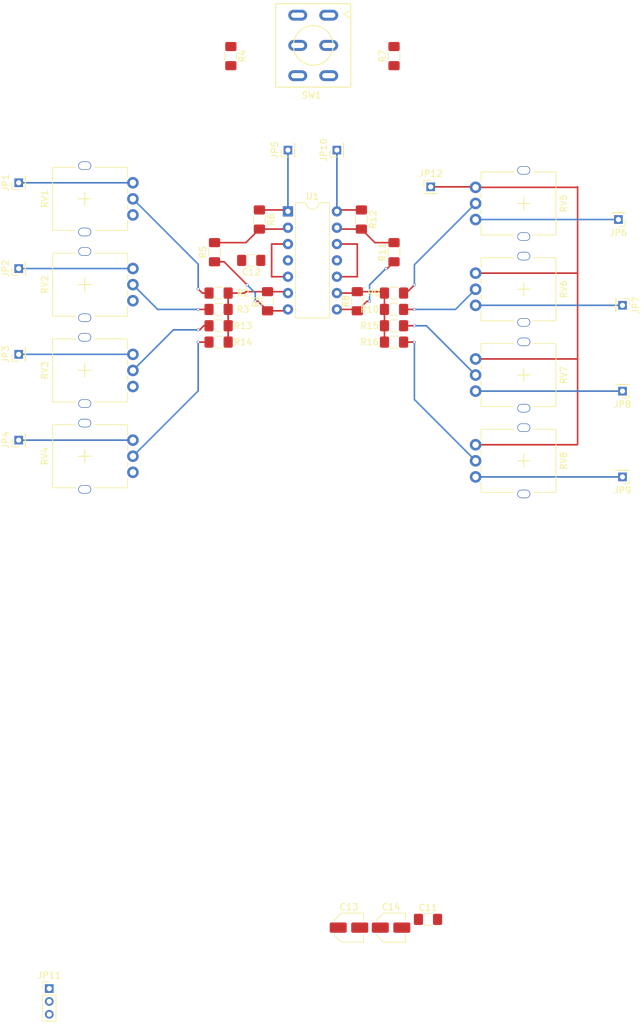
<source format=kicad_pcb>
(kicad_pcb (version 20171130) (host pcbnew "(5.0.1)-4")

  (general
    (thickness 1.6)
    (drawings 7)
    (tracks 113)
    (zones 0)
    (modules 42)
    (nets 32)
  )

  (page A4)
  (layers
    (0 F.Cu signal)
    (31 B.Cu signal)
    (32 B.Adhes user)
    (33 F.Adhes user)
    (34 B.Paste user)
    (35 F.Paste user)
    (36 B.SilkS user)
    (37 F.SilkS user)
    (38 B.Mask user)
    (39 F.Mask user)
    (40 Dwgs.User user)
    (41 Cmts.User user)
    (42 Eco1.User user)
    (43 Eco2.User user)
    (44 Edge.Cuts user)
    (45 Margin user hide)
    (46 B.CrtYd user)
    (47 F.CrtYd user)
    (48 B.Fab user hide)
    (49 F.Fab user hide)
  )

  (setup
    (last_trace_width 0.25)
    (trace_clearance 0.2)
    (zone_clearance 0.508)
    (zone_45_only no)
    (trace_min 0.2)
    (segment_width 0.2)
    (edge_width 0.15)
    (via_size 0.45)
    (via_drill 0.3)
    (via_min_size 0.4)
    (via_min_drill 0.3)
    (uvia_size 0.3)
    (uvia_drill 0.1)
    (uvias_allowed no)
    (uvia_min_size 0.2)
    (uvia_min_drill 0.1)
    (pcb_text_width 0.3)
    (pcb_text_size 1.5 1.5)
    (mod_edge_width 0.15)
    (mod_text_size 1 1)
    (mod_text_width 0.15)
    (pad_size 1.35 1.35)
    (pad_drill 0.8)
    (pad_to_mask_clearance 0.051)
    (solder_mask_min_width 0.25)
    (aux_axis_origin 0 0)
    (visible_elements 7FFFFFFF)
    (pcbplotparams
      (layerselection 0x01020_7ffffffe)
      (usegerberextensions false)
      (usegerberattributes false)
      (usegerberadvancedattributes false)
      (creategerberjobfile false)
      (excludeedgelayer true)
      (linewidth 0.100000)
      (plotframeref false)
      (viasonmask false)
      (mode 1)
      (useauxorigin false)
      (hpglpennumber 1)
      (hpglpenspeed 20)
      (hpglpendiameter 15.000000)
      (psnegative false)
      (psa4output false)
      (plotreference true)
      (plotvalue true)
      (plotinvisibletext false)
      (padsonsilk false)
      (subtractmaskfromsilk false)
      (outputformat 3)
      (mirror false)
      (drillshape 0)
      (scaleselection 1)
      (outputdirectory "C:/Users/nick.bonnett-murphy/Desktop/"))
  )

  (net 0 "")
  (net 1 -12V)
  (net 2 GND)
  (net 3 +12V)
  (net 4 "Net-(R2-Pad2)")
  (net 5 "Net-(R10-Pad1)")
  (net 6 "Net-(R14-Pad2)")
  (net 7 "Net-(R1-Pad2)")
  (net 8 "Net-(R3-Pad2)")
  (net 9 "Net-(R4-Pad1)")
  (net 10 "Net-(R11-Pad2)")
  (net 11 "Net-(R7-Pad2)")
  (net 12 "Net-(R9-Pad2)")
  (net 13 "Net-(R10-Pad2)")
  (net 14 "Net-(R11-Pad1)")
  (net 15 "Net-(R13-Pad2)")
  (net 16 "Net-(R15-Pad2)")
  (net 17 "Net-(R16-Pad2)")
  (net 18 "Net-(SW1-Pad3)")
  (net 19 "Net-(SW1-Pad6)")
  (net 20 "Net-(J1-PadT)")
  (net 21 "Net-(J2-PadT)")
  (net 22 "Net-(J3-PadT)")
  (net 23 "Net-(J4-PadT)")
  (net 24 "Net-(J5-PadT)")
  (net 25 "Net-(J6-PadT)")
  (net 26 "Net-(J7-PadT)")
  (net 27 "Net-(J8-PadT)")
  (net 28 "Net-(J9-PadT)")
  (net 29 "Net-(J10-PadT)")
  (net 30 "Net-(R1-Pad1)")
  (net 31 "Net-(R4-Pad2)")

  (net_class Default "This is the default net class."
    (clearance 0.2)
    (trace_width 0.25)
    (via_dia 0.45)
    (via_drill 0.3)
    (uvia_dia 0.3)
    (uvia_drill 0.1)
    (add_net +12V)
    (add_net -12V)
    (add_net GND)
    (add_net "Net-(J1-PadT)")
    (add_net "Net-(J10-PadT)")
    (add_net "Net-(J2-PadT)")
    (add_net "Net-(J3-PadT)")
    (add_net "Net-(J4-PadT)")
    (add_net "Net-(J5-PadT)")
    (add_net "Net-(J6-PadT)")
    (add_net "Net-(J7-PadT)")
    (add_net "Net-(J8-PadT)")
    (add_net "Net-(J9-PadT)")
    (add_net "Net-(R1-Pad1)")
    (add_net "Net-(R1-Pad2)")
    (add_net "Net-(R10-Pad1)")
    (add_net "Net-(R10-Pad2)")
    (add_net "Net-(R11-Pad1)")
    (add_net "Net-(R11-Pad2)")
    (add_net "Net-(R13-Pad2)")
    (add_net "Net-(R14-Pad2)")
    (add_net "Net-(R15-Pad2)")
    (add_net "Net-(R16-Pad2)")
    (add_net "Net-(R2-Pad2)")
    (add_net "Net-(R3-Pad2)")
    (add_net "Net-(R4-Pad1)")
    (add_net "Net-(R4-Pad2)")
    (add_net "Net-(R7-Pad2)")
    (add_net "Net-(R9-Pad2)")
    (add_net "Net-(SW1-Pad3)")
    (add_net "Net-(SW1-Pad6)")
  )

  (module Resistor_SMD:R_1206_3216Metric_Pad1.42x1.75mm_HandSolder (layer F.Cu) (tedit 5B301BBD) (tstamp 5C5E7C02)
    (at 10.795 -270.51 90)
    (descr "Resistor SMD 1206 (3216 Metric), square (rectangular) end terminal, IPC_7351 nominal with elongated pad for handsoldering. (Body size source: http://www.tortai-tech.com/upload/download/2011102023233369053.pdf), generated with kicad-footprint-generator")
    (tags "resistor handsolder")
    (path /5C559B04)
    (attr smd)
    (fp_text reference R1 (at 0 -1.82 90) (layer F.SilkS)
      (effects (font (size 1 1) (thickness 0.15)))
    )
    (fp_text value 100K (at 0 1.82 90) (layer F.Fab)
      (effects (font (size 1 1) (thickness 0.15)))
    )
    (fp_text user %R (at 0 0 90) (layer F.Fab)
      (effects (font (size 0.8 0.8) (thickness 0.12)))
    )
    (fp_line (start 2.45 1.12) (end -2.45 1.12) (layer F.CrtYd) (width 0.05))
    (fp_line (start 2.45 -1.12) (end 2.45 1.12) (layer F.CrtYd) (width 0.05))
    (fp_line (start -2.45 -1.12) (end 2.45 -1.12) (layer F.CrtYd) (width 0.05))
    (fp_line (start -2.45 1.12) (end -2.45 -1.12) (layer F.CrtYd) (width 0.05))
    (fp_line (start -0.602064 0.91) (end 0.602064 0.91) (layer F.SilkS) (width 0.12))
    (fp_line (start -0.602064 -0.91) (end 0.602064 -0.91) (layer F.SilkS) (width 0.12))
    (fp_line (start 1.6 0.8) (end -1.6 0.8) (layer F.Fab) (width 0.1))
    (fp_line (start 1.6 -0.8) (end 1.6 0.8) (layer F.Fab) (width 0.1))
    (fp_line (start -1.6 -0.8) (end 1.6 -0.8) (layer F.Fab) (width 0.1))
    (fp_line (start -1.6 0.8) (end -1.6 -0.8) (layer F.Fab) (width 0.1))
    (pad 2 smd roundrect (at 1.4875 0 90) (size 1.425 1.75) (layers F.Cu F.Paste F.Mask) (roundrect_rratio 0.175439)
      (net 7 "Net-(R1-Pad2)"))
    (pad 1 smd roundrect (at -1.4875 0 90) (size 1.425 1.75) (layers F.Cu F.Paste F.Mask) (roundrect_rratio 0.175439)
      (net 30 "Net-(R1-Pad1)"))
    (model ${KISYS3DMOD}/Resistor_SMD.3dshapes/R_1206_3216Metric.wrl
      (at (xyz 0 0 0))
      (scale (xyz 1 1 1))
      (rotate (xyz 0 0 0))
    )
  )

  (module Package_DIP:DIP-14_W7.62mm (layer F.Cu) (tedit 5A02E8C5) (tstamp 5C5E18E6)
    (at 13.97 -284.48)
    (descr "14-lead though-hole mounted DIP package, row spacing 7.62 mm (300 mils)")
    (tags "THT DIP DIL PDIP 2.54mm 7.62mm 300mil")
    (path /5C5525DB)
    (fp_text reference U1 (at 3.81 -2.33) (layer F.SilkS)
      (effects (font (size 1 1) (thickness 0.15)))
    )
    (fp_text value TL074 (at 3.81 17.57) (layer F.Fab)
      (effects (font (size 1 1) (thickness 0.15)))
    )
    (fp_text user %R (at 3.81 7.62) (layer F.Fab)
      (effects (font (size 1 1) (thickness 0.15)))
    )
    (fp_line (start 8.7 -1.55) (end -1.1 -1.55) (layer F.CrtYd) (width 0.05))
    (fp_line (start 8.7 16.8) (end 8.7 -1.55) (layer F.CrtYd) (width 0.05))
    (fp_line (start -1.1 16.8) (end 8.7 16.8) (layer F.CrtYd) (width 0.05))
    (fp_line (start -1.1 -1.55) (end -1.1 16.8) (layer F.CrtYd) (width 0.05))
    (fp_line (start 6.46 -1.33) (end 4.81 -1.33) (layer F.SilkS) (width 0.12))
    (fp_line (start 6.46 16.57) (end 6.46 -1.33) (layer F.SilkS) (width 0.12))
    (fp_line (start 1.16 16.57) (end 6.46 16.57) (layer F.SilkS) (width 0.12))
    (fp_line (start 1.16 -1.33) (end 1.16 16.57) (layer F.SilkS) (width 0.12))
    (fp_line (start 2.81 -1.33) (end 1.16 -1.33) (layer F.SilkS) (width 0.12))
    (fp_line (start 0.635 -0.27) (end 1.635 -1.27) (layer F.Fab) (width 0.1))
    (fp_line (start 0.635 16.51) (end 0.635 -0.27) (layer F.Fab) (width 0.1))
    (fp_line (start 6.985 16.51) (end 0.635 16.51) (layer F.Fab) (width 0.1))
    (fp_line (start 6.985 -1.27) (end 6.985 16.51) (layer F.Fab) (width 0.1))
    (fp_line (start 1.635 -1.27) (end 6.985 -1.27) (layer F.Fab) (width 0.1))
    (fp_arc (start 3.81 -1.33) (end 2.81 -1.33) (angle -180) (layer F.SilkS) (width 0.12))
    (pad 14 thru_hole oval (at 7.62 0) (size 1.6 1.6) (drill 0.8) (layers *.Cu *.Mask)
      (net 29 "Net-(J10-PadT)"))
    (pad 7 thru_hole oval (at 0 15.24) (size 1.6 1.6) (drill 0.8) (layers *.Cu *.Mask)
      (net 30 "Net-(R1-Pad1)"))
    (pad 13 thru_hole oval (at 7.62 2.54) (size 1.6 1.6) (drill 0.8) (layers *.Cu *.Mask)
      (net 10 "Net-(R11-Pad2)"))
    (pad 6 thru_hole oval (at 0 12.7) (size 1.6 1.6) (drill 0.8) (layers *.Cu *.Mask)
      (net 7 "Net-(R1-Pad2)"))
    (pad 12 thru_hole oval (at 7.62 5.08) (size 1.6 1.6) (drill 0.8) (layers *.Cu *.Mask)
      (net 2 GND))
    (pad 5 thru_hole oval (at 0 10.16) (size 1.6 1.6) (drill 0.8) (layers *.Cu *.Mask)
      (net 2 GND))
    (pad 11 thru_hole oval (at 7.62 7.62) (size 1.6 1.6) (drill 0.8) (layers *.Cu *.Mask)
      (net 1 -12V))
    (pad 4 thru_hole oval (at 0 7.62) (size 1.6 1.6) (drill 0.8) (layers *.Cu *.Mask)
      (net 3 +12V))
    (pad 10 thru_hole oval (at 7.62 10.16) (size 1.6 1.6) (drill 0.8) (layers *.Cu *.Mask)
      (net 2 GND))
    (pad 3 thru_hole oval (at 0 5.08) (size 1.6 1.6) (drill 0.8) (layers *.Cu *.Mask)
      (net 2 GND))
    (pad 9 thru_hole oval (at 7.62 12.7) (size 1.6 1.6) (drill 0.8) (layers *.Cu *.Mask)
      (net 5 "Net-(R10-Pad1)"))
    (pad 2 thru_hole oval (at 0 2.54) (size 1.6 1.6) (drill 0.8) (layers *.Cu *.Mask)
      (net 31 "Net-(R4-Pad2)"))
    (pad 8 thru_hole oval (at 7.62 15.24) (size 1.6 1.6) (drill 0.8) (layers *.Cu *.Mask)
      (net 14 "Net-(R11-Pad1)"))
    (pad 1 thru_hole rect (at 0 0) (size 1.6 1.6) (drill 0.8) (layers *.Cu *.Mask)
      (net 24 "Net-(J5-PadT)"))
    (model ${KISYS3DMOD}/Package_DIP.3dshapes/DIP-14_W7.62mm.wrl
      (at (xyz 0 0 0))
      (scale (xyz 1 1 1))
      (rotate (xyz 0 0 0))
    )
  )

  (module "Custom Parts:Potentiometer_Thonk_Alpha_9mm_Vertical" (layer F.Cu) (tedit 5C40BF9D) (tstamp 5C5E17C9)
    (at -10.16 -288.925 180)
    (descr "Potentiometer, vertical, Bourns PTV09A-1 Single, http://www.bourns.com/docs/Product-Datasheets/ptv09.pdf")
    (tags "Potentiometer vertical Bourns PTV09A-1 Single")
    (path /5C54C36D)
    (fp_text reference RV1 (at 13.7 -2.5 270) (layer F.SilkS)
      (effects (font (size 1 1) (thickness 0.15)))
    )
    (fp_text value 100K (at 6.05 5.15 180) (layer F.Fab)
      (effects (font (size 1 1) (thickness 0.15)))
    )
    (fp_line (start 8.9 2.4) (end 12.5 2.4) (layer F.SilkS) (width 0.12))
    (fp_line (start 0.85 2.4) (end 6 2.4) (layer F.SilkS) (width 0.12))
    (fp_circle (center 7.5 -2.5) (end 11 -2.5) (layer F.Fab) (width 0.1))
    (fp_line (start 1 -7.25) (end 1 2.25) (layer F.Fab) (width 0.1))
    (fp_line (start 1 2.25) (end 12.35 2.25) (layer F.Fab) (width 0.1))
    (fp_line (start 12.35 2.25) (end 12.35 -7.25) (layer F.Fab) (width 0.1))
    (fp_line (start 12.35 -7.25) (end 1 -7.25) (layer F.Fab) (width 0.1))
    (fp_line (start 0.85 -7.4) (end 6 -7.4) (layer F.SilkS) (width 0.12))
    (fp_line (start 8.9 -7.4) (end 12.5 -7.4) (layer F.SilkS) (width 0.12))
    (fp_line (start 0.85 -7.4) (end 0.85 -5.9) (layer F.SilkS) (width 0.12))
    (fp_line (start 0.85 -4.15) (end 0.85 -3.391) (layer F.SilkS) (width 0.12))
    (fp_line (start 0.85 -1.659) (end 0.85 -0.9) (layer F.SilkS) (width 0.12))
    (fp_line (start 0.85 0.85) (end 0.85 2.4) (layer F.SilkS) (width 0.12))
    (fp_line (start 12.5 -7.4) (end 12.5 2.4) (layer F.SilkS) (width 0.12))
    (fp_line (start -1.15 -9.15) (end -1.15 4.15) (layer F.CrtYd) (width 0.05))
    (fp_line (start -1.15 4.15) (end 12.65 4.15) (layer F.CrtYd) (width 0.05))
    (fp_line (start 12.65 4.15) (end 12.65 -9.15) (layer F.CrtYd) (width 0.05))
    (fp_line (start 12.65 -9.15) (end -1.15 -9.15) (layer F.CrtYd) (width 0.05))
    (fp_text user %R (at 2 -2.5 270) (layer F.Fab)
      (effects (font (size 1 1) (thickness 0.15)))
    )
    (fp_line (start 7.5 -2.5) (end 8.5 -2.5) (layer F.SilkS) (width 0.15))
    (fp_line (start 7.5 -2.5) (end 7.5 -3.5) (layer F.SilkS) (width 0.15))
    (fp_line (start 7.5 -2.5) (end 6.5 -2.5) (layer F.SilkS) (width 0.15))
    (fp_line (start 7.5 -2.5) (end 7.5 -1.5) (layer F.SilkS) (width 0.15))
    (pad "" thru_hole oval (at 7.5 2.65 270) (size 1.3 2) (drill oval 1.1 1.8) (layers *.Cu *.Mask))
    (pad 3 thru_hole circle (at 0 -5 180) (size 1.8 1.8) (drill 1) (layers *.Cu *.Mask)
      (net 2 GND))
    (pad 2 thru_hole circle (at 0 -2.5 180) (size 1.8 1.8) (drill 1) (layers *.Cu *.Mask)
      (net 4 "Net-(R2-Pad2)"))
    (pad 1 thru_hole circle (at 0 0 180) (size 1.8 1.8) (drill 1) (layers *.Cu *.Mask)
      (net 20 "Net-(J1-PadT)"))
    (pad "" thru_hole oval (at 7.5 -7.65 270) (size 1.3 2) (drill oval 1.1 1.8) (layers *.Cu *.Mask))
    (model ${KISYS3DMOD}/Potentiometer_THT.3dshapes/Potentiometer_Bourns_PTV09A-1_Single_Vertical.wrl
      (at (xyz 0 0 0))
      (scale (xyz 1 1 1))
      (rotate (xyz 0 0 0))
    )
  )

  (module "Custom Parts:Potentiometer_Thonk_Alpha_9mm_Vertical" (layer F.Cu) (tedit 5C40BF9D) (tstamp 5C5E1829)
    (at -10.16 -248.92 180)
    (descr "Potentiometer, vertical, Bourns PTV09A-1 Single, http://www.bourns.com/docs/Product-Datasheets/ptv09.pdf")
    (tags "Potentiometer vertical Bourns PTV09A-1 Single")
    (path /5C643422)
    (fp_text reference RV4 (at 13.7 -2.5 270) (layer F.SilkS)
      (effects (font (size 1 1) (thickness 0.15)))
    )
    (fp_text value 100K (at 6.05 5.15 180) (layer F.Fab)
      (effects (font (size 1 1) (thickness 0.15)))
    )
    (fp_line (start 8.9 2.4) (end 12.5 2.4) (layer F.SilkS) (width 0.12))
    (fp_line (start 0.85 2.4) (end 6 2.4) (layer F.SilkS) (width 0.12))
    (fp_circle (center 7.5 -2.5) (end 11 -2.5) (layer F.Fab) (width 0.1))
    (fp_line (start 1 -7.25) (end 1 2.25) (layer F.Fab) (width 0.1))
    (fp_line (start 1 2.25) (end 12.35 2.25) (layer F.Fab) (width 0.1))
    (fp_line (start 12.35 2.25) (end 12.35 -7.25) (layer F.Fab) (width 0.1))
    (fp_line (start 12.35 -7.25) (end 1 -7.25) (layer F.Fab) (width 0.1))
    (fp_line (start 0.85 -7.4) (end 6 -7.4) (layer F.SilkS) (width 0.12))
    (fp_line (start 8.9 -7.4) (end 12.5 -7.4) (layer F.SilkS) (width 0.12))
    (fp_line (start 0.85 -7.4) (end 0.85 -5.9) (layer F.SilkS) (width 0.12))
    (fp_line (start 0.85 -4.15) (end 0.85 -3.391) (layer F.SilkS) (width 0.12))
    (fp_line (start 0.85 -1.659) (end 0.85 -0.9) (layer F.SilkS) (width 0.12))
    (fp_line (start 0.85 0.85) (end 0.85 2.4) (layer F.SilkS) (width 0.12))
    (fp_line (start 12.5 -7.4) (end 12.5 2.4) (layer F.SilkS) (width 0.12))
    (fp_line (start -1.15 -9.15) (end -1.15 4.15) (layer F.CrtYd) (width 0.05))
    (fp_line (start -1.15 4.15) (end 12.65 4.15) (layer F.CrtYd) (width 0.05))
    (fp_line (start 12.65 4.15) (end 12.65 -9.15) (layer F.CrtYd) (width 0.05))
    (fp_line (start 12.65 -9.15) (end -1.15 -9.15) (layer F.CrtYd) (width 0.05))
    (fp_text user %R (at 2 -2.5 270) (layer F.Fab)
      (effects (font (size 1 1) (thickness 0.15)))
    )
    (fp_line (start 7.5 -2.5) (end 8.5 -2.5) (layer F.SilkS) (width 0.15))
    (fp_line (start 7.5 -2.5) (end 7.5 -3.5) (layer F.SilkS) (width 0.15))
    (fp_line (start 7.5 -2.5) (end 6.5 -2.5) (layer F.SilkS) (width 0.15))
    (fp_line (start 7.5 -2.5) (end 7.5 -1.5) (layer F.SilkS) (width 0.15))
    (pad "" thru_hole oval (at 7.5 2.65 270) (size 1.3 2) (drill oval 1.1 1.8) (layers *.Cu *.Mask))
    (pad 3 thru_hole circle (at 0 -5 180) (size 1.8 1.8) (drill 1) (layers *.Cu *.Mask)
      (net 2 GND))
    (pad 2 thru_hole circle (at 0 -2.5 180) (size 1.8 1.8) (drill 1) (layers *.Cu *.Mask)
      (net 6 "Net-(R14-Pad2)"))
    (pad 1 thru_hole circle (at 0 0 180) (size 1.8 1.8) (drill 1) (layers *.Cu *.Mask)
      (net 23 "Net-(J4-PadT)"))
    (pad "" thru_hole oval (at 7.5 -7.65 270) (size 1.3 2) (drill oval 1.1 1.8) (layers *.Cu *.Mask))
    (model ${KISYS3DMOD}/Potentiometer_THT.3dshapes/Potentiometer_Bourns_PTV09A-1_Single_Vertical.wrl
      (at (xyz 0 0 0))
      (scale (xyz 1 1 1))
      (rotate (xyz 0 0 0))
    )
  )

  (module "Custom Parts:Potentiometer_Thonk_Alpha_9mm_Vertical" (layer F.Cu) (tedit 5C40BF9D) (tstamp 5C5E1809)
    (at -10.16 -262.255 180)
    (descr "Potentiometer, vertical, Bourns PTV09A-1 Single, http://www.bourns.com/docs/Product-Datasheets/ptv09.pdf")
    (tags "Potentiometer vertical Bourns PTV09A-1 Single")
    (path /5C54BF73)
    (fp_text reference RV3 (at 13.7 -2.5 270) (layer F.SilkS)
      (effects (font (size 1 1) (thickness 0.15)))
    )
    (fp_text value 100K (at 6.05 5.15 180) (layer F.Fab)
      (effects (font (size 1 1) (thickness 0.15)))
    )
    (fp_line (start 7.5 -2.5) (end 7.5 -1.5) (layer F.SilkS) (width 0.15))
    (fp_line (start 7.5 -2.5) (end 6.5 -2.5) (layer F.SilkS) (width 0.15))
    (fp_line (start 7.5 -2.5) (end 7.5 -3.5) (layer F.SilkS) (width 0.15))
    (fp_line (start 7.5 -2.5) (end 8.5 -2.5) (layer F.SilkS) (width 0.15))
    (fp_text user %R (at 2 -2.5 270) (layer F.Fab)
      (effects (font (size 1 1) (thickness 0.15)))
    )
    (fp_line (start 12.65 -9.15) (end -1.15 -9.15) (layer F.CrtYd) (width 0.05))
    (fp_line (start 12.65 4.15) (end 12.65 -9.15) (layer F.CrtYd) (width 0.05))
    (fp_line (start -1.15 4.15) (end 12.65 4.15) (layer F.CrtYd) (width 0.05))
    (fp_line (start -1.15 -9.15) (end -1.15 4.15) (layer F.CrtYd) (width 0.05))
    (fp_line (start 12.5 -7.4) (end 12.5 2.4) (layer F.SilkS) (width 0.12))
    (fp_line (start 0.85 0.85) (end 0.85 2.4) (layer F.SilkS) (width 0.12))
    (fp_line (start 0.85 -1.659) (end 0.85 -0.9) (layer F.SilkS) (width 0.12))
    (fp_line (start 0.85 -4.15) (end 0.85 -3.391) (layer F.SilkS) (width 0.12))
    (fp_line (start 0.85 -7.4) (end 0.85 -5.9) (layer F.SilkS) (width 0.12))
    (fp_line (start 8.9 -7.4) (end 12.5 -7.4) (layer F.SilkS) (width 0.12))
    (fp_line (start 0.85 -7.4) (end 6 -7.4) (layer F.SilkS) (width 0.12))
    (fp_line (start 12.35 -7.25) (end 1 -7.25) (layer F.Fab) (width 0.1))
    (fp_line (start 12.35 2.25) (end 12.35 -7.25) (layer F.Fab) (width 0.1))
    (fp_line (start 1 2.25) (end 12.35 2.25) (layer F.Fab) (width 0.1))
    (fp_line (start 1 -7.25) (end 1 2.25) (layer F.Fab) (width 0.1))
    (fp_circle (center 7.5 -2.5) (end 11 -2.5) (layer F.Fab) (width 0.1))
    (fp_line (start 0.85 2.4) (end 6 2.4) (layer F.SilkS) (width 0.12))
    (fp_line (start 8.9 2.4) (end 12.5 2.4) (layer F.SilkS) (width 0.12))
    (pad "" thru_hole oval (at 7.5 -7.65 270) (size 1.3 2) (drill oval 1.1 1.8) (layers *.Cu *.Mask))
    (pad 1 thru_hole circle (at 0 0 180) (size 1.8 1.8) (drill 1) (layers *.Cu *.Mask)
      (net 22 "Net-(J3-PadT)"))
    (pad 2 thru_hole circle (at 0 -2.5 180) (size 1.8 1.8) (drill 1) (layers *.Cu *.Mask)
      (net 15 "Net-(R13-Pad2)"))
    (pad 3 thru_hole circle (at 0 -5 180) (size 1.8 1.8) (drill 1) (layers *.Cu *.Mask)
      (net 2 GND))
    (pad "" thru_hole oval (at 7.5 2.65 270) (size 1.3 2) (drill oval 1.1 1.8) (layers *.Cu *.Mask))
    (model ${KISYS3DMOD}/Potentiometer_THT.3dshapes/Potentiometer_Bourns_PTV09A-1_Single_Vertical.wrl
      (at (xyz 0 0 0))
      (scale (xyz 1 1 1))
      (rotate (xyz 0 0 0))
    )
  )

  (module "Custom Parts:Potentiometer_Thonk_Alpha_9mm_Vertical" (layer F.Cu) (tedit 5C40BF9D) (tstamp 5C5E1849)
    (at 43.18 -283.21)
    (descr "Potentiometer, vertical, Bourns PTV09A-1 Single, http://www.bourns.com/docs/Product-Datasheets/ptv09.pdf")
    (tags "Potentiometer vertical Bourns PTV09A-1 Single")
    (path /5C574EBD)
    (fp_text reference RV5 (at 13.7 -2.5 90) (layer F.SilkS)
      (effects (font (size 1 1) (thickness 0.15)))
    )
    (fp_text value 100K (at 6.05 5.15) (layer F.Fab)
      (effects (font (size 1 1) (thickness 0.15)))
    )
    (fp_line (start 7.5 -2.5) (end 7.5 -1.5) (layer F.SilkS) (width 0.15))
    (fp_line (start 7.5 -2.5) (end 6.5 -2.5) (layer F.SilkS) (width 0.15))
    (fp_line (start 7.5 -2.5) (end 7.5 -3.5) (layer F.SilkS) (width 0.15))
    (fp_line (start 7.5 -2.5) (end 8.5 -2.5) (layer F.SilkS) (width 0.15))
    (fp_text user %R (at 2 -2.5 90) (layer F.Fab)
      (effects (font (size 1 1) (thickness 0.15)))
    )
    (fp_line (start 12.65 -9.15) (end -1.15 -9.15) (layer F.CrtYd) (width 0.05))
    (fp_line (start 12.65 4.15) (end 12.65 -9.15) (layer F.CrtYd) (width 0.05))
    (fp_line (start -1.15 4.15) (end 12.65 4.15) (layer F.CrtYd) (width 0.05))
    (fp_line (start -1.15 -9.15) (end -1.15 4.15) (layer F.CrtYd) (width 0.05))
    (fp_line (start 12.5 -7.4) (end 12.5 2.4) (layer F.SilkS) (width 0.12))
    (fp_line (start 0.85 0.85) (end 0.85 2.4) (layer F.SilkS) (width 0.12))
    (fp_line (start 0.85 -1.659) (end 0.85 -0.9) (layer F.SilkS) (width 0.12))
    (fp_line (start 0.85 -4.15) (end 0.85 -3.391) (layer F.SilkS) (width 0.12))
    (fp_line (start 0.85 -7.4) (end 0.85 -5.9) (layer F.SilkS) (width 0.12))
    (fp_line (start 8.9 -7.4) (end 12.5 -7.4) (layer F.SilkS) (width 0.12))
    (fp_line (start 0.85 -7.4) (end 6 -7.4) (layer F.SilkS) (width 0.12))
    (fp_line (start 12.35 -7.25) (end 1 -7.25) (layer F.Fab) (width 0.1))
    (fp_line (start 12.35 2.25) (end 12.35 -7.25) (layer F.Fab) (width 0.1))
    (fp_line (start 1 2.25) (end 12.35 2.25) (layer F.Fab) (width 0.1))
    (fp_line (start 1 -7.25) (end 1 2.25) (layer F.Fab) (width 0.1))
    (fp_circle (center 7.5 -2.5) (end 11 -2.5) (layer F.Fab) (width 0.1))
    (fp_line (start 0.85 2.4) (end 6 2.4) (layer F.SilkS) (width 0.12))
    (fp_line (start 8.9 2.4) (end 12.5 2.4) (layer F.SilkS) (width 0.12))
    (pad "" thru_hole oval (at 7.5 -7.65 90) (size 1.3 2) (drill oval 1.1 1.8) (layers *.Cu *.Mask))
    (pad 1 thru_hole circle (at 0 0) (size 1.8 1.8) (drill 1) (layers *.Cu *.Mask)
      (net 25 "Net-(J6-PadT)"))
    (pad 2 thru_hole circle (at 0 -2.5) (size 1.8 1.8) (drill 1) (layers *.Cu *.Mask)
      (net 12 "Net-(R9-Pad2)"))
    (pad 3 thru_hole circle (at 0 -5) (size 1.8 1.8) (drill 1) (layers *.Cu *.Mask)
      (net 2 GND))
    (pad "" thru_hole oval (at 7.5 2.65 90) (size 1.3 2) (drill oval 1.1 1.8) (layers *.Cu *.Mask))
    (model ${KISYS3DMOD}/Potentiometer_THT.3dshapes/Potentiometer_Bourns_PTV09A-1_Single_Vertical.wrl
      (at (xyz 0 0 0))
      (scale (xyz 1 1 1))
      (rotate (xyz 0 0 0))
    )
  )

  (module "Custom Parts:Potentiometer_Thonk_Alpha_9mm_Vertical" (layer F.Cu) (tedit 5C40BF9D) (tstamp 5C5E1889)
    (at 43.18 -256.54)
    (descr "Potentiometer, vertical, Bourns PTV09A-1 Single, http://www.bourns.com/docs/Product-Datasheets/ptv09.pdf")
    (tags "Potentiometer vertical Bourns PTV09A-1 Single")
    (path /5C574EAB)
    (fp_text reference RV7 (at 13.7 -2.5 90) (layer F.SilkS)
      (effects (font (size 1 1) (thickness 0.15)))
    )
    (fp_text value 100K (at 6.05 5.15) (layer F.Fab)
      (effects (font (size 1 1) (thickness 0.15)))
    )
    (fp_line (start 8.9 2.4) (end 12.5 2.4) (layer F.SilkS) (width 0.12))
    (fp_line (start 0.85 2.4) (end 6 2.4) (layer F.SilkS) (width 0.12))
    (fp_circle (center 7.5 -2.5) (end 11 -2.5) (layer F.Fab) (width 0.1))
    (fp_line (start 1 -7.25) (end 1 2.25) (layer F.Fab) (width 0.1))
    (fp_line (start 1 2.25) (end 12.35 2.25) (layer F.Fab) (width 0.1))
    (fp_line (start 12.35 2.25) (end 12.35 -7.25) (layer F.Fab) (width 0.1))
    (fp_line (start 12.35 -7.25) (end 1 -7.25) (layer F.Fab) (width 0.1))
    (fp_line (start 0.85 -7.4) (end 6 -7.4) (layer F.SilkS) (width 0.12))
    (fp_line (start 8.9 -7.4) (end 12.5 -7.4) (layer F.SilkS) (width 0.12))
    (fp_line (start 0.85 -7.4) (end 0.85 -5.9) (layer F.SilkS) (width 0.12))
    (fp_line (start 0.85 -4.15) (end 0.85 -3.391) (layer F.SilkS) (width 0.12))
    (fp_line (start 0.85 -1.659) (end 0.85 -0.9) (layer F.SilkS) (width 0.12))
    (fp_line (start 0.85 0.85) (end 0.85 2.4) (layer F.SilkS) (width 0.12))
    (fp_line (start 12.5 -7.4) (end 12.5 2.4) (layer F.SilkS) (width 0.12))
    (fp_line (start -1.15 -9.15) (end -1.15 4.15) (layer F.CrtYd) (width 0.05))
    (fp_line (start -1.15 4.15) (end 12.65 4.15) (layer F.CrtYd) (width 0.05))
    (fp_line (start 12.65 4.15) (end 12.65 -9.15) (layer F.CrtYd) (width 0.05))
    (fp_line (start 12.65 -9.15) (end -1.15 -9.15) (layer F.CrtYd) (width 0.05))
    (fp_text user %R (at 2 -2.5 90) (layer F.Fab)
      (effects (font (size 1 1) (thickness 0.15)))
    )
    (fp_line (start 7.5 -2.5) (end 8.5 -2.5) (layer F.SilkS) (width 0.15))
    (fp_line (start 7.5 -2.5) (end 7.5 -3.5) (layer F.SilkS) (width 0.15))
    (fp_line (start 7.5 -2.5) (end 6.5 -2.5) (layer F.SilkS) (width 0.15))
    (fp_line (start 7.5 -2.5) (end 7.5 -1.5) (layer F.SilkS) (width 0.15))
    (pad "" thru_hole oval (at 7.5 2.65 90) (size 1.3 2) (drill oval 1.1 1.8) (layers *.Cu *.Mask))
    (pad 3 thru_hole circle (at 0 -5) (size 1.8 1.8) (drill 1) (layers *.Cu *.Mask)
      (net 2 GND))
    (pad 2 thru_hole circle (at 0 -2.5) (size 1.8 1.8) (drill 1) (layers *.Cu *.Mask)
      (net 16 "Net-(R15-Pad2)"))
    (pad 1 thru_hole circle (at 0 0) (size 1.8 1.8) (drill 1) (layers *.Cu *.Mask)
      (net 27 "Net-(J8-PadT)"))
    (pad "" thru_hole oval (at 7.5 -7.65 90) (size 1.3 2) (drill oval 1.1 1.8) (layers *.Cu *.Mask))
    (model ${KISYS3DMOD}/Potentiometer_THT.3dshapes/Potentiometer_Bourns_PTV09A-1_Single_Vertical.wrl
      (at (xyz 0 0 0))
      (scale (xyz 1 1 1))
      (rotate (xyz 0 0 0))
    )
  )

  (module Connector_PinHeader_2.00mm:PinHeader_1x01_P2.00mm_Vertical (layer F.Cu) (tedit 59FED667) (tstamp 5C5E1699)
    (at 36.195 -288.29)
    (descr "Through hole straight pin header, 1x01, 2.00mm pitch, single row")
    (tags "Through hole pin header THT 1x01 2.00mm single row")
    (path /5C5F98E3)
    (fp_text reference JP12 (at 0 -2.06) (layer F.SilkS)
      (effects (font (size 1 1) (thickness 0.15)))
    )
    (fp_text value GND (at 0 2.06) (layer F.Fab)
      (effects (font (size 1 1) (thickness 0.15)))
    )
    (fp_line (start -0.5 -1) (end 1 -1) (layer F.Fab) (width 0.1))
    (fp_line (start 1 -1) (end 1 1) (layer F.Fab) (width 0.1))
    (fp_line (start 1 1) (end -1 1) (layer F.Fab) (width 0.1))
    (fp_line (start -1 1) (end -1 -0.5) (layer F.Fab) (width 0.1))
    (fp_line (start -1 -0.5) (end -0.5 -1) (layer F.Fab) (width 0.1))
    (fp_line (start -1.06 1.06) (end 1.06 1.06) (layer F.SilkS) (width 0.12))
    (fp_line (start -1.06 1) (end -1.06 1.06) (layer F.SilkS) (width 0.12))
    (fp_line (start 1.06 1) (end 1.06 1.06) (layer F.SilkS) (width 0.12))
    (fp_line (start -1.06 1) (end 1.06 1) (layer F.SilkS) (width 0.12))
    (fp_line (start -1.06 0) (end -1.06 -1.06) (layer F.SilkS) (width 0.12))
    (fp_line (start -1.06 -1.06) (end 0 -1.06) (layer F.SilkS) (width 0.12))
    (fp_line (start -1.5 -1.5) (end -1.5 1.5) (layer F.CrtYd) (width 0.05))
    (fp_line (start -1.5 1.5) (end 1.5 1.5) (layer F.CrtYd) (width 0.05))
    (fp_line (start 1.5 1.5) (end 1.5 -1.5) (layer F.CrtYd) (width 0.05))
    (fp_line (start 1.5 -1.5) (end -1.5 -1.5) (layer F.CrtYd) (width 0.05))
    (fp_text user %R (at 0 0 90) (layer F.Fab)
      (effects (font (size 1 1) (thickness 0.15)))
    )
    (pad 1 thru_hole rect (at 0 0) (size 1.35 1.35) (drill 0.8) (layers *.Cu *.Mask)
      (net 2 GND))
    (model ${KISYS3DMOD}/Connector_PinHeader_2.00mm.3dshapes/PinHeader_1x01_P2.00mm_Vertical.wrl
      (at (xyz 0 0 0))
      (scale (xyz 1 1 1))
      (rotate (xyz 0 0 0))
    )
  )

  (module Connector_PinHeader_2.00mm:PinHeader_1x01_P2.00mm_Vertical (layer F.Cu) (tedit 59FED667) (tstamp 5C5E166D)
    (at 21.59 -294.005 90)
    (descr "Through hole straight pin header, 1x01, 2.00mm pitch, single row")
    (tags "Through hole pin header THT 1x01 2.00mm single row")
    (path /5C5DEA7A)
    (fp_text reference JP10 (at 0 -2.06 90) (layer F.SilkS)
      (effects (font (size 1 1) (thickness 0.15)))
    )
    (fp_text value OUT2 (at 0 2.06 90) (layer F.Fab)
      (effects (font (size 1 1) (thickness 0.15)))
    )
    (fp_text user %R (at 0 0 180) (layer F.Fab)
      (effects (font (size 1 1) (thickness 0.15)))
    )
    (fp_line (start 1.5 -1.5) (end -1.5 -1.5) (layer F.CrtYd) (width 0.05))
    (fp_line (start 1.5 1.5) (end 1.5 -1.5) (layer F.CrtYd) (width 0.05))
    (fp_line (start -1.5 1.5) (end 1.5 1.5) (layer F.CrtYd) (width 0.05))
    (fp_line (start -1.5 -1.5) (end -1.5 1.5) (layer F.CrtYd) (width 0.05))
    (fp_line (start -1.06 -1.06) (end 0 -1.06) (layer F.SilkS) (width 0.12))
    (fp_line (start -1.06 0) (end -1.06 -1.06) (layer F.SilkS) (width 0.12))
    (fp_line (start -1.06 1) (end 1.06 1) (layer F.SilkS) (width 0.12))
    (fp_line (start 1.06 1) (end 1.06 1.06) (layer F.SilkS) (width 0.12))
    (fp_line (start -1.06 1) (end -1.06 1.06) (layer F.SilkS) (width 0.12))
    (fp_line (start -1.06 1.06) (end 1.06 1.06) (layer F.SilkS) (width 0.12))
    (fp_line (start -1 -0.5) (end -0.5 -1) (layer F.Fab) (width 0.1))
    (fp_line (start -1 1) (end -1 -0.5) (layer F.Fab) (width 0.1))
    (fp_line (start 1 1) (end -1 1) (layer F.Fab) (width 0.1))
    (fp_line (start 1 -1) (end 1 1) (layer F.Fab) (width 0.1))
    (fp_line (start -0.5 -1) (end 1 -1) (layer F.Fab) (width 0.1))
    (pad 1 thru_hole rect (at 0 0 90) (size 1.35 1.35) (drill 0.8) (layers *.Cu *.Mask)
      (net 29 "Net-(J10-PadT)"))
    (model ${KISYS3DMOD}/Connector_PinHeader_2.00mm.3dshapes/PinHeader_1x01_P2.00mm_Vertical.wrl
      (at (xyz 0 0 0))
      (scale (xyz 1 1 1))
      (rotate (xyz 0 0 0))
    )
  )

  (module Capacitor_SMD:C_1206_3216Metric_Pad1.42x1.75mm_HandSolder (layer F.Cu) (tedit 5B301BBE) (tstamp 5C5E13C6)
    (at 35.768001 -174.432999)
    (descr "Capacitor SMD 1206 (3216 Metric), square (rectangular) end terminal, IPC_7351 nominal with elongated pad for handsoldering. (Body size source: http://www.tortai-tech.com/upload/download/2011102023233369053.pdf), generated with kicad-footprint-generator")
    (tags "capacitor handsolder")
    (path /5C6214F7)
    (attr smd)
    (fp_text reference C11 (at 0 -1.82) (layer F.SilkS)
      (effects (font (size 1 1) (thickness 0.15)))
    )
    (fp_text value 0.1uF (at 0 1.82) (layer F.Fab)
      (effects (font (size 1 1) (thickness 0.15)))
    )
    (fp_line (start -1.6 0.8) (end -1.6 -0.8) (layer F.Fab) (width 0.1))
    (fp_line (start -1.6 -0.8) (end 1.6 -0.8) (layer F.Fab) (width 0.1))
    (fp_line (start 1.6 -0.8) (end 1.6 0.8) (layer F.Fab) (width 0.1))
    (fp_line (start 1.6 0.8) (end -1.6 0.8) (layer F.Fab) (width 0.1))
    (fp_line (start -0.602064 -0.91) (end 0.602064 -0.91) (layer F.SilkS) (width 0.12))
    (fp_line (start -0.602064 0.91) (end 0.602064 0.91) (layer F.SilkS) (width 0.12))
    (fp_line (start -2.45 1.12) (end -2.45 -1.12) (layer F.CrtYd) (width 0.05))
    (fp_line (start -2.45 -1.12) (end 2.45 -1.12) (layer F.CrtYd) (width 0.05))
    (fp_line (start 2.45 -1.12) (end 2.45 1.12) (layer F.CrtYd) (width 0.05))
    (fp_line (start 2.45 1.12) (end -2.45 1.12) (layer F.CrtYd) (width 0.05))
    (fp_text user %R (at 0 0) (layer F.Fab)
      (effects (font (size 0.8 0.8) (thickness 0.12)))
    )
    (pad 1 smd roundrect (at -1.4875 0) (size 1.425 1.75) (layers F.Cu F.Paste F.Mask) (roundrect_rratio 0.175439)
      (net 1 -12V))
    (pad 2 smd roundrect (at 1.4875 0) (size 1.425 1.75) (layers F.Cu F.Paste F.Mask) (roundrect_rratio 0.175439)
      (net 2 GND))
    (model ${KISYS3DMOD}/Capacitor_SMD.3dshapes/C_1206_3216Metric.wrl
      (at (xyz 0 0 0))
      (scale (xyz 1 1 1))
      (rotate (xyz 0 0 0))
    )
  )

  (module Capacitor_SMD:C_1206_3216Metric_Pad1.42x1.75mm_HandSolder (layer F.Cu) (tedit 5B301BBE) (tstamp 5C5E7D0C)
    (at 8.255 -276.86 180)
    (descr "Capacitor SMD 1206 (3216 Metric), square (rectangular) end terminal, IPC_7351 nominal with elongated pad for handsoldering. (Body size source: http://www.tortai-tech.com/upload/download/2011102023233369053.pdf), generated with kicad-footprint-generator")
    (tags "capacitor handsolder")
    (path /5C665EE3)
    (attr smd)
    (fp_text reference C12 (at 0 -1.82 180) (layer F.SilkS)
      (effects (font (size 1 1) (thickness 0.15)))
    )
    (fp_text value 0.1uF (at 0 1.82 180) (layer F.Fab)
      (effects (font (size 1 1) (thickness 0.15)))
    )
    (fp_text user %R (at 0 0 180) (layer F.Fab)
      (effects (font (size 0.8 0.8) (thickness 0.12)))
    )
    (fp_line (start 2.45 1.12) (end -2.45 1.12) (layer F.CrtYd) (width 0.05))
    (fp_line (start 2.45 -1.12) (end 2.45 1.12) (layer F.CrtYd) (width 0.05))
    (fp_line (start -2.45 -1.12) (end 2.45 -1.12) (layer F.CrtYd) (width 0.05))
    (fp_line (start -2.45 1.12) (end -2.45 -1.12) (layer F.CrtYd) (width 0.05))
    (fp_line (start -0.602064 0.91) (end 0.602064 0.91) (layer F.SilkS) (width 0.12))
    (fp_line (start -0.602064 -0.91) (end 0.602064 -0.91) (layer F.SilkS) (width 0.12))
    (fp_line (start 1.6 0.8) (end -1.6 0.8) (layer F.Fab) (width 0.1))
    (fp_line (start 1.6 -0.8) (end 1.6 0.8) (layer F.Fab) (width 0.1))
    (fp_line (start -1.6 -0.8) (end 1.6 -0.8) (layer F.Fab) (width 0.1))
    (fp_line (start -1.6 0.8) (end -1.6 -0.8) (layer F.Fab) (width 0.1))
    (pad 2 smd roundrect (at 1.4875 0 180) (size 1.425 1.75) (layers F.Cu F.Paste F.Mask) (roundrect_rratio 0.175439)
      (net 2 GND))
    (pad 1 smd roundrect (at -1.4875 0 180) (size 1.425 1.75) (layers F.Cu F.Paste F.Mask) (roundrect_rratio 0.175439)
      (net 3 +12V))
    (model ${KISYS3DMOD}/Capacitor_SMD.3dshapes/C_1206_3216Metric.wrl
      (at (xyz 0 0 0))
      (scale (xyz 1 1 1))
      (rotate (xyz 0 0 0))
    )
  )

  (module Capacitor_SMD:C_Elec_4x5.4 (layer F.Cu) (tedit 5BC8D926) (tstamp 5C5E13FB)
    (at 23.468001 -173.152999)
    (descr "SMD capacitor, aluminum electrolytic nonpolar, 4.0x5.4mm")
    (tags "capacitor electrolyic nonpolar")
    (path /5C6901F1)
    (attr smd)
    (fp_text reference C13 (at 0 -3.2) (layer F.SilkS)
      (effects (font (size 1 1) (thickness 0.15)))
    )
    (fp_text value 10uF (at 0 3.2) (layer F.Fab)
      (effects (font (size 1 1) (thickness 0.15)))
    )
    (fp_circle (center 0 0) (end 2 0) (layer F.Fab) (width 0.1))
    (fp_line (start 2.15 -2.15) (end 2.15 2.15) (layer F.Fab) (width 0.1))
    (fp_line (start -1.15 -2.15) (end 2.15 -2.15) (layer F.Fab) (width 0.1))
    (fp_line (start -1.15 2.15) (end 2.15 2.15) (layer F.Fab) (width 0.1))
    (fp_line (start -2.15 -1.15) (end -2.15 1.15) (layer F.Fab) (width 0.1))
    (fp_line (start -2.15 -1.15) (end -1.15 -2.15) (layer F.Fab) (width 0.1))
    (fp_line (start -2.15 1.15) (end -1.15 2.15) (layer F.Fab) (width 0.1))
    (fp_line (start 2.26 2.26) (end 2.26 1.06) (layer F.SilkS) (width 0.12))
    (fp_line (start 2.26 -2.26) (end 2.26 -1.06) (layer F.SilkS) (width 0.12))
    (fp_line (start -1.195563 -2.26) (end 2.26 -2.26) (layer F.SilkS) (width 0.12))
    (fp_line (start -1.195563 2.26) (end 2.26 2.26) (layer F.SilkS) (width 0.12))
    (fp_line (start -2.26 1.195563) (end -2.26 1.06) (layer F.SilkS) (width 0.12))
    (fp_line (start -2.26 -1.195563) (end -2.26 -1.06) (layer F.SilkS) (width 0.12))
    (fp_line (start -2.26 -1.195563) (end -1.195563 -2.26) (layer F.SilkS) (width 0.12))
    (fp_line (start -2.26 1.195563) (end -1.195563 2.26) (layer F.SilkS) (width 0.12))
    (fp_line (start 2.4 -2.4) (end 2.4 -1.05) (layer F.CrtYd) (width 0.05))
    (fp_line (start 2.4 -1.05) (end 3.25 -1.05) (layer F.CrtYd) (width 0.05))
    (fp_line (start 3.25 -1.05) (end 3.25 1.05) (layer F.CrtYd) (width 0.05))
    (fp_line (start 3.25 1.05) (end 2.4 1.05) (layer F.CrtYd) (width 0.05))
    (fp_line (start 2.4 1.05) (end 2.4 2.4) (layer F.CrtYd) (width 0.05))
    (fp_line (start -1.25 2.4) (end 2.4 2.4) (layer F.CrtYd) (width 0.05))
    (fp_line (start -1.25 -2.4) (end 2.4 -2.4) (layer F.CrtYd) (width 0.05))
    (fp_line (start -2.4 1.25) (end -1.25 2.4) (layer F.CrtYd) (width 0.05))
    (fp_line (start -2.4 -1.25) (end -1.25 -2.4) (layer F.CrtYd) (width 0.05))
    (fp_line (start -2.4 -1.25) (end -2.4 -1.05) (layer F.CrtYd) (width 0.05))
    (fp_line (start -2.4 1.05) (end -2.4 1.25) (layer F.CrtYd) (width 0.05))
    (fp_line (start -2.4 -1.05) (end -3.25 -1.05) (layer F.CrtYd) (width 0.05))
    (fp_line (start -3.25 -1.05) (end -3.25 1.05) (layer F.CrtYd) (width 0.05))
    (fp_line (start -3.25 1.05) (end -2.4 1.05) (layer F.CrtYd) (width 0.05))
    (fp_text user %R (at 0 0) (layer F.Fab)
      (effects (font (size 0.8 0.8) (thickness 0.12)))
    )
    (pad 1 smd roundrect (at -1.675 0) (size 2.65 1.6) (layers F.Cu F.Paste F.Mask) (roundrect_rratio 0.15625)
      (net 2 GND))
    (pad 2 smd roundrect (at 1.675 0) (size 2.65 1.6) (layers F.Cu F.Paste F.Mask) (roundrect_rratio 0.15625)
      (net 1 -12V))
    (model ${KISYS3DMOD}/Capacitor_SMD.3dshapes/C_Elec_4x5.4.wrl
      (at (xyz 0 0 0))
      (scale (xyz 1 1 1))
      (rotate (xyz 0 0 0))
    )
  )

  (module Capacitor_SMD:C_Elec_4x5.4 (layer F.Cu) (tedit 5BC8D926) (tstamp 5C5E141F)
    (at 30.018001 -173.152999)
    (descr "SMD capacitor, aluminum electrolytic nonpolar, 4.0x5.4mm")
    (tags "capacitor electrolyic nonpolar")
    (path /5C68FE33)
    (attr smd)
    (fp_text reference C14 (at 0 -3.2) (layer F.SilkS)
      (effects (font (size 1 1) (thickness 0.15)))
    )
    (fp_text value 10uF (at 0 3.2) (layer F.Fab)
      (effects (font (size 1 1) (thickness 0.15)))
    )
    (fp_text user %R (at 0 0) (layer F.Fab)
      (effects (font (size 0.8 0.8) (thickness 0.12)))
    )
    (fp_line (start -3.25 1.05) (end -2.4 1.05) (layer F.CrtYd) (width 0.05))
    (fp_line (start -3.25 -1.05) (end -3.25 1.05) (layer F.CrtYd) (width 0.05))
    (fp_line (start -2.4 -1.05) (end -3.25 -1.05) (layer F.CrtYd) (width 0.05))
    (fp_line (start -2.4 1.05) (end -2.4 1.25) (layer F.CrtYd) (width 0.05))
    (fp_line (start -2.4 -1.25) (end -2.4 -1.05) (layer F.CrtYd) (width 0.05))
    (fp_line (start -2.4 -1.25) (end -1.25 -2.4) (layer F.CrtYd) (width 0.05))
    (fp_line (start -2.4 1.25) (end -1.25 2.4) (layer F.CrtYd) (width 0.05))
    (fp_line (start -1.25 -2.4) (end 2.4 -2.4) (layer F.CrtYd) (width 0.05))
    (fp_line (start -1.25 2.4) (end 2.4 2.4) (layer F.CrtYd) (width 0.05))
    (fp_line (start 2.4 1.05) (end 2.4 2.4) (layer F.CrtYd) (width 0.05))
    (fp_line (start 3.25 1.05) (end 2.4 1.05) (layer F.CrtYd) (width 0.05))
    (fp_line (start 3.25 -1.05) (end 3.25 1.05) (layer F.CrtYd) (width 0.05))
    (fp_line (start 2.4 -1.05) (end 3.25 -1.05) (layer F.CrtYd) (width 0.05))
    (fp_line (start 2.4 -2.4) (end 2.4 -1.05) (layer F.CrtYd) (width 0.05))
    (fp_line (start -2.26 1.195563) (end -1.195563 2.26) (layer F.SilkS) (width 0.12))
    (fp_line (start -2.26 -1.195563) (end -1.195563 -2.26) (layer F.SilkS) (width 0.12))
    (fp_line (start -2.26 -1.195563) (end -2.26 -1.06) (layer F.SilkS) (width 0.12))
    (fp_line (start -2.26 1.195563) (end -2.26 1.06) (layer F.SilkS) (width 0.12))
    (fp_line (start -1.195563 2.26) (end 2.26 2.26) (layer F.SilkS) (width 0.12))
    (fp_line (start -1.195563 -2.26) (end 2.26 -2.26) (layer F.SilkS) (width 0.12))
    (fp_line (start 2.26 -2.26) (end 2.26 -1.06) (layer F.SilkS) (width 0.12))
    (fp_line (start 2.26 2.26) (end 2.26 1.06) (layer F.SilkS) (width 0.12))
    (fp_line (start -2.15 1.15) (end -1.15 2.15) (layer F.Fab) (width 0.1))
    (fp_line (start -2.15 -1.15) (end -1.15 -2.15) (layer F.Fab) (width 0.1))
    (fp_line (start -2.15 -1.15) (end -2.15 1.15) (layer F.Fab) (width 0.1))
    (fp_line (start -1.15 2.15) (end 2.15 2.15) (layer F.Fab) (width 0.1))
    (fp_line (start -1.15 -2.15) (end 2.15 -2.15) (layer F.Fab) (width 0.1))
    (fp_line (start 2.15 -2.15) (end 2.15 2.15) (layer F.Fab) (width 0.1))
    (fp_circle (center 0 0) (end 2 0) (layer F.Fab) (width 0.1))
    (pad 2 smd roundrect (at 1.675 0) (size 2.65 1.6) (layers F.Cu F.Paste F.Mask) (roundrect_rratio 0.15625)
      (net 2 GND))
    (pad 1 smd roundrect (at -1.675 0) (size 2.65 1.6) (layers F.Cu F.Paste F.Mask) (roundrect_rratio 0.15625)
      (net 3 +12V))
    (model ${KISYS3DMOD}/Capacitor_SMD.3dshapes/C_Elec_4x5.4.wrl
      (at (xyz 0 0 0))
      (scale (xyz 1 1 1))
      (rotate (xyz 0 0 0))
    )
  )

  (module Connector_PinHeader_2.00mm:PinHeader_1x01_P2.00mm_Vertical (layer F.Cu) (tedit 59FED667) (tstamp 5C5E15B0)
    (at -27.94 -288.925 90)
    (descr "Through hole straight pin header, 1x01, 2.00mm pitch, single row")
    (tags "Through hole pin header THT 1x01 2.00mm single row")
    (path /5C5D05B0)
    (fp_text reference JP1 (at 0 -2.06 90) (layer F.SilkS)
      (effects (font (size 1 1) (thickness 0.15)))
    )
    (fp_text value IN1 (at 0 2.06 90) (layer F.Fab)
      (effects (font (size 1 1) (thickness 0.15)))
    )
    (fp_line (start -0.5 -1) (end 1 -1) (layer F.Fab) (width 0.1))
    (fp_line (start 1 -1) (end 1 1) (layer F.Fab) (width 0.1))
    (fp_line (start 1 1) (end -1 1) (layer F.Fab) (width 0.1))
    (fp_line (start -1 1) (end -1 -0.5) (layer F.Fab) (width 0.1))
    (fp_line (start -1 -0.5) (end -0.5 -1) (layer F.Fab) (width 0.1))
    (fp_line (start -1.06 1.06) (end 1.06 1.06) (layer F.SilkS) (width 0.12))
    (fp_line (start -1.06 1) (end -1.06 1.06) (layer F.SilkS) (width 0.12))
    (fp_line (start 1.06 1) (end 1.06 1.06) (layer F.SilkS) (width 0.12))
    (fp_line (start -1.06 1) (end 1.06 1) (layer F.SilkS) (width 0.12))
    (fp_line (start -1.06 0) (end -1.06 -1.06) (layer F.SilkS) (width 0.12))
    (fp_line (start -1.06 -1.06) (end 0 -1.06) (layer F.SilkS) (width 0.12))
    (fp_line (start -1.5 -1.5) (end -1.5 1.5) (layer F.CrtYd) (width 0.05))
    (fp_line (start -1.5 1.5) (end 1.5 1.5) (layer F.CrtYd) (width 0.05))
    (fp_line (start 1.5 1.5) (end 1.5 -1.5) (layer F.CrtYd) (width 0.05))
    (fp_line (start 1.5 -1.5) (end -1.5 -1.5) (layer F.CrtYd) (width 0.05))
    (fp_text user %R (at 0 0 180) (layer F.Fab)
      (effects (font (size 1 1) (thickness 0.15)))
    )
    (pad 1 thru_hole rect (at 0 0 90) (size 1.35 1.35) (drill 0.8) (layers *.Cu *.Mask)
      (net 20 "Net-(J1-PadT)"))
    (model ${KISYS3DMOD}/Connector_PinHeader_2.00mm.3dshapes/PinHeader_1x01_P2.00mm_Vertical.wrl
      (at (xyz 0 0 0))
      (scale (xyz 1 1 1))
      (rotate (xyz 0 0 0))
    )
  )

  (module Connector_PinHeader_2.00mm:PinHeader_1x01_P2.00mm_Vertical (layer F.Cu) (tedit 59FED667) (tstamp 5C5E15C5)
    (at -27.94 -275.59 90)
    (descr "Through hole straight pin header, 1x01, 2.00mm pitch, single row")
    (tags "Through hole pin header THT 1x01 2.00mm single row")
    (path /5C5D1C81)
    (fp_text reference JP2 (at 0 -2.06 90) (layer F.SilkS)
      (effects (font (size 1 1) (thickness 0.15)))
    )
    (fp_text value IN2 (at 0 2.06 90) (layer F.Fab)
      (effects (font (size 1 1) (thickness 0.15)))
    )
    (fp_text user %R (at 0 0 180) (layer F.Fab)
      (effects (font (size 1 1) (thickness 0.15)))
    )
    (fp_line (start 1.5 -1.5) (end -1.5 -1.5) (layer F.CrtYd) (width 0.05))
    (fp_line (start 1.5 1.5) (end 1.5 -1.5) (layer F.CrtYd) (width 0.05))
    (fp_line (start -1.5 1.5) (end 1.5 1.5) (layer F.CrtYd) (width 0.05))
    (fp_line (start -1.5 -1.5) (end -1.5 1.5) (layer F.CrtYd) (width 0.05))
    (fp_line (start -1.06 -1.06) (end 0 -1.06) (layer F.SilkS) (width 0.12))
    (fp_line (start -1.06 0) (end -1.06 -1.06) (layer F.SilkS) (width 0.12))
    (fp_line (start -1.06 1) (end 1.06 1) (layer F.SilkS) (width 0.12))
    (fp_line (start 1.06 1) (end 1.06 1.06) (layer F.SilkS) (width 0.12))
    (fp_line (start -1.06 1) (end -1.06 1.06) (layer F.SilkS) (width 0.12))
    (fp_line (start -1.06 1.06) (end 1.06 1.06) (layer F.SilkS) (width 0.12))
    (fp_line (start -1 -0.5) (end -0.5 -1) (layer F.Fab) (width 0.1))
    (fp_line (start -1 1) (end -1 -0.5) (layer F.Fab) (width 0.1))
    (fp_line (start 1 1) (end -1 1) (layer F.Fab) (width 0.1))
    (fp_line (start 1 -1) (end 1 1) (layer F.Fab) (width 0.1))
    (fp_line (start -0.5 -1) (end 1 -1) (layer F.Fab) (width 0.1))
    (pad 1 thru_hole rect (at 0 0 90) (size 1.35 1.35) (drill 0.8) (layers *.Cu *.Mask)
      (net 21 "Net-(J2-PadT)"))
    (model ${KISYS3DMOD}/Connector_PinHeader_2.00mm.3dshapes/PinHeader_1x01_P2.00mm_Vertical.wrl
      (at (xyz 0 0 0))
      (scale (xyz 1 1 1))
      (rotate (xyz 0 0 0))
    )
  )

  (module Connector_PinHeader_2.00mm:PinHeader_1x01_P2.00mm_Vertical (layer F.Cu) (tedit 59FED667) (tstamp 5C5E15DA)
    (at -27.94 -262.255 90)
    (descr "Through hole straight pin header, 1x01, 2.00mm pitch, single row")
    (tags "Through hole pin header THT 1x01 2.00mm single row")
    (path /5C5D2042)
    (fp_text reference JP3 (at 0 -2.06 90) (layer F.SilkS)
      (effects (font (size 1 1) (thickness 0.15)))
    )
    (fp_text value IN3 (at 0 2.06 90) (layer F.Fab)
      (effects (font (size 1 1) (thickness 0.15)))
    )
    (fp_line (start -0.5 -1) (end 1 -1) (layer F.Fab) (width 0.1))
    (fp_line (start 1 -1) (end 1 1) (layer F.Fab) (width 0.1))
    (fp_line (start 1 1) (end -1 1) (layer F.Fab) (width 0.1))
    (fp_line (start -1 1) (end -1 -0.5) (layer F.Fab) (width 0.1))
    (fp_line (start -1 -0.5) (end -0.5 -1) (layer F.Fab) (width 0.1))
    (fp_line (start -1.06 1.06) (end 1.06 1.06) (layer F.SilkS) (width 0.12))
    (fp_line (start -1.06 1) (end -1.06 1.06) (layer F.SilkS) (width 0.12))
    (fp_line (start 1.06 1) (end 1.06 1.06) (layer F.SilkS) (width 0.12))
    (fp_line (start -1.06 1) (end 1.06 1) (layer F.SilkS) (width 0.12))
    (fp_line (start -1.06 0) (end -1.06 -1.06) (layer F.SilkS) (width 0.12))
    (fp_line (start -1.06 -1.06) (end 0 -1.06) (layer F.SilkS) (width 0.12))
    (fp_line (start -1.5 -1.5) (end -1.5 1.5) (layer F.CrtYd) (width 0.05))
    (fp_line (start -1.5 1.5) (end 1.5 1.5) (layer F.CrtYd) (width 0.05))
    (fp_line (start 1.5 1.5) (end 1.5 -1.5) (layer F.CrtYd) (width 0.05))
    (fp_line (start 1.5 -1.5) (end -1.5 -1.5) (layer F.CrtYd) (width 0.05))
    (fp_text user %R (at 0 0 180) (layer F.Fab)
      (effects (font (size 1 1) (thickness 0.15)))
    )
    (pad 1 thru_hole rect (at 0 0 90) (size 1.35 1.35) (drill 0.8) (layers *.Cu *.Mask)
      (net 22 "Net-(J3-PadT)"))
    (model ${KISYS3DMOD}/Connector_PinHeader_2.00mm.3dshapes/PinHeader_1x01_P2.00mm_Vertical.wrl
      (at (xyz 0 0 0))
      (scale (xyz 1 1 1))
      (rotate (xyz 0 0 0))
    )
  )

  (module Connector_PinHeader_2.00mm:PinHeader_1x01_P2.00mm_Vertical (layer F.Cu) (tedit 59FED667) (tstamp 5C5E15EF)
    (at -27.94 -248.92 90)
    (descr "Through hole straight pin header, 1x01, 2.00mm pitch, single row")
    (tags "Through hole pin header THT 1x01 2.00mm single row")
    (path /5C5D25FE)
    (fp_text reference JP4 (at 0 -2.06 90) (layer F.SilkS)
      (effects (font (size 1 1) (thickness 0.15)))
    )
    (fp_text value IN4 (at 0 2.06 90) (layer F.Fab)
      (effects (font (size 1 1) (thickness 0.15)))
    )
    (fp_text user %R (at 0 0 180) (layer F.Fab)
      (effects (font (size 1 1) (thickness 0.15)))
    )
    (fp_line (start 1.5 -1.5) (end -1.5 -1.5) (layer F.CrtYd) (width 0.05))
    (fp_line (start 1.5 1.5) (end 1.5 -1.5) (layer F.CrtYd) (width 0.05))
    (fp_line (start -1.5 1.5) (end 1.5 1.5) (layer F.CrtYd) (width 0.05))
    (fp_line (start -1.5 -1.5) (end -1.5 1.5) (layer F.CrtYd) (width 0.05))
    (fp_line (start -1.06 -1.06) (end 0 -1.06) (layer F.SilkS) (width 0.12))
    (fp_line (start -1.06 0) (end -1.06 -1.06) (layer F.SilkS) (width 0.12))
    (fp_line (start -1.06 1) (end 1.06 1) (layer F.SilkS) (width 0.12))
    (fp_line (start 1.06 1) (end 1.06 1.06) (layer F.SilkS) (width 0.12))
    (fp_line (start -1.06 1) (end -1.06 1.06) (layer F.SilkS) (width 0.12))
    (fp_line (start -1.06 1.06) (end 1.06 1.06) (layer F.SilkS) (width 0.12))
    (fp_line (start -1 -0.5) (end -0.5 -1) (layer F.Fab) (width 0.1))
    (fp_line (start -1 1) (end -1 -0.5) (layer F.Fab) (width 0.1))
    (fp_line (start 1 1) (end -1 1) (layer F.Fab) (width 0.1))
    (fp_line (start 1 -1) (end 1 1) (layer F.Fab) (width 0.1))
    (fp_line (start -0.5 -1) (end 1 -1) (layer F.Fab) (width 0.1))
    (pad 1 thru_hole rect (at 0 0 90) (size 1.35 1.35) (drill 0.8) (layers *.Cu *.Mask)
      (net 23 "Net-(J4-PadT)"))
    (model ${KISYS3DMOD}/Connector_PinHeader_2.00mm.3dshapes/PinHeader_1x01_P2.00mm_Vertical.wrl
      (at (xyz 0 0 0))
      (scale (xyz 1 1 1))
      (rotate (xyz 0 0 0))
    )
  )

  (module Connector_PinHeader_2.00mm:PinHeader_1x01_P2.00mm_Vertical (layer F.Cu) (tedit 59FED667) (tstamp 5C5E1604)
    (at 13.97 -294.005 90)
    (descr "Through hole straight pin header, 1x01, 2.00mm pitch, single row")
    (tags "Through hole pin header THT 1x01 2.00mm single row")
    (path /5C5DBB07)
    (fp_text reference JP5 (at 0 -2.06 90) (layer F.SilkS)
      (effects (font (size 1 1) (thickness 0.15)))
    )
    (fp_text value OUT1 (at 0 2.06 90) (layer F.Fab)
      (effects (font (size 1 1) (thickness 0.15)))
    )
    (fp_line (start -0.5 -1) (end 1 -1) (layer F.Fab) (width 0.1))
    (fp_line (start 1 -1) (end 1 1) (layer F.Fab) (width 0.1))
    (fp_line (start 1 1) (end -1 1) (layer F.Fab) (width 0.1))
    (fp_line (start -1 1) (end -1 -0.5) (layer F.Fab) (width 0.1))
    (fp_line (start -1 -0.5) (end -0.5 -1) (layer F.Fab) (width 0.1))
    (fp_line (start -1.06 1.06) (end 1.06 1.06) (layer F.SilkS) (width 0.12))
    (fp_line (start -1.06 1) (end -1.06 1.06) (layer F.SilkS) (width 0.12))
    (fp_line (start 1.06 1) (end 1.06 1.06) (layer F.SilkS) (width 0.12))
    (fp_line (start -1.06 1) (end 1.06 1) (layer F.SilkS) (width 0.12))
    (fp_line (start -1.06 0) (end -1.06 -1.06) (layer F.SilkS) (width 0.12))
    (fp_line (start -1.06 -1.06) (end 0 -1.06) (layer F.SilkS) (width 0.12))
    (fp_line (start -1.5 -1.5) (end -1.5 1.5) (layer F.CrtYd) (width 0.05))
    (fp_line (start -1.5 1.5) (end 1.5 1.5) (layer F.CrtYd) (width 0.05))
    (fp_line (start 1.5 1.5) (end 1.5 -1.5) (layer F.CrtYd) (width 0.05))
    (fp_line (start 1.5 -1.5) (end -1.5 -1.5) (layer F.CrtYd) (width 0.05))
    (fp_text user %R (at 0 0 180) (layer F.Fab)
      (effects (font (size 1 1) (thickness 0.15)))
    )
    (pad 1 thru_hole rect (at 0 0 90) (size 1.35 1.35) (drill 0.8) (layers *.Cu *.Mask)
      (net 24 "Net-(J5-PadT)"))
    (model ${KISYS3DMOD}/Connector_PinHeader_2.00mm.3dshapes/PinHeader_1x01_P2.00mm_Vertical.wrl
      (at (xyz 0 0 0))
      (scale (xyz 1 1 1))
      (rotate (xyz 0 0 0))
    )
  )

  (module Connector_PinHeader_2.00mm:PinHeader_1x01_P2.00mm_Vertical (layer F.Cu) (tedit 59FED667) (tstamp 5C5E1619)
    (at 65.405 -283.21 180)
    (descr "Through hole straight pin header, 1x01, 2.00mm pitch, single row")
    (tags "Through hole pin header THT 1x01 2.00mm single row")
    (path /5C5DC50F)
    (fp_text reference JP6 (at 0 -2.06 180) (layer F.SilkS)
      (effects (font (size 1 1) (thickness 0.15)))
    )
    (fp_text value IN5 (at 0 2.06 180) (layer F.Fab)
      (effects (font (size 1 1) (thickness 0.15)))
    )
    (fp_text user %R (at 0 0 270) (layer F.Fab)
      (effects (font (size 1 1) (thickness 0.15)))
    )
    (fp_line (start 1.5 -1.5) (end -1.5 -1.5) (layer F.CrtYd) (width 0.05))
    (fp_line (start 1.5 1.5) (end 1.5 -1.5) (layer F.CrtYd) (width 0.05))
    (fp_line (start -1.5 1.5) (end 1.5 1.5) (layer F.CrtYd) (width 0.05))
    (fp_line (start -1.5 -1.5) (end -1.5 1.5) (layer F.CrtYd) (width 0.05))
    (fp_line (start -1.06 -1.06) (end 0 -1.06) (layer F.SilkS) (width 0.12))
    (fp_line (start -1.06 0) (end -1.06 -1.06) (layer F.SilkS) (width 0.12))
    (fp_line (start -1.06 1) (end 1.06 1) (layer F.SilkS) (width 0.12))
    (fp_line (start 1.06 1) (end 1.06 1.06) (layer F.SilkS) (width 0.12))
    (fp_line (start -1.06 1) (end -1.06 1.06) (layer F.SilkS) (width 0.12))
    (fp_line (start -1.06 1.06) (end 1.06 1.06) (layer F.SilkS) (width 0.12))
    (fp_line (start -1 -0.5) (end -0.5 -1) (layer F.Fab) (width 0.1))
    (fp_line (start -1 1) (end -1 -0.5) (layer F.Fab) (width 0.1))
    (fp_line (start 1 1) (end -1 1) (layer F.Fab) (width 0.1))
    (fp_line (start 1 -1) (end 1 1) (layer F.Fab) (width 0.1))
    (fp_line (start -0.5 -1) (end 1 -1) (layer F.Fab) (width 0.1))
    (pad 1 thru_hole rect (at 0 0 180) (size 1.35 1.35) (drill 0.8) (layers *.Cu *.Mask)
      (net 25 "Net-(J6-PadT)"))
    (model ${KISYS3DMOD}/Connector_PinHeader_2.00mm.3dshapes/PinHeader_1x01_P2.00mm_Vertical.wrl
      (at (xyz 0 0 0))
      (scale (xyz 1 1 1))
      (rotate (xyz 0 0 0))
    )
  )

  (module Connector_PinHeader_2.00mm:PinHeader_1x01_P2.00mm_Vertical (layer F.Cu) (tedit 59FED667) (tstamp 5C5E162E)
    (at 66.04 -269.875 270)
    (descr "Through hole straight pin header, 1x01, 2.00mm pitch, single row")
    (tags "Through hole pin header THT 1x01 2.00mm single row")
    (path /5C5DC95F)
    (fp_text reference JP7 (at 0 -2.06 270) (layer F.SilkS)
      (effects (font (size 1 1) (thickness 0.15)))
    )
    (fp_text value IN6 (at 0 2.06 270) (layer F.Fab)
      (effects (font (size 1 1) (thickness 0.15)))
    )
    (fp_line (start -0.5 -1) (end 1 -1) (layer F.Fab) (width 0.1))
    (fp_line (start 1 -1) (end 1 1) (layer F.Fab) (width 0.1))
    (fp_line (start 1 1) (end -1 1) (layer F.Fab) (width 0.1))
    (fp_line (start -1 1) (end -1 -0.5) (layer F.Fab) (width 0.1))
    (fp_line (start -1 -0.5) (end -0.5 -1) (layer F.Fab) (width 0.1))
    (fp_line (start -1.06 1.06) (end 1.06 1.06) (layer F.SilkS) (width 0.12))
    (fp_line (start -1.06 1) (end -1.06 1.06) (layer F.SilkS) (width 0.12))
    (fp_line (start 1.06 1) (end 1.06 1.06) (layer F.SilkS) (width 0.12))
    (fp_line (start -1.06 1) (end 1.06 1) (layer F.SilkS) (width 0.12))
    (fp_line (start -1.06 0) (end -1.06 -1.06) (layer F.SilkS) (width 0.12))
    (fp_line (start -1.06 -1.06) (end 0 -1.06) (layer F.SilkS) (width 0.12))
    (fp_line (start -1.5 -1.5) (end -1.5 1.5) (layer F.CrtYd) (width 0.05))
    (fp_line (start -1.5 1.5) (end 1.5 1.5) (layer F.CrtYd) (width 0.05))
    (fp_line (start 1.5 1.5) (end 1.5 -1.5) (layer F.CrtYd) (width 0.05))
    (fp_line (start 1.5 -1.5) (end -1.5 -1.5) (layer F.CrtYd) (width 0.05))
    (fp_text user %R (at 0 0) (layer F.Fab)
      (effects (font (size 1 1) (thickness 0.15)))
    )
    (pad 1 thru_hole rect (at 0 0 270) (size 1.35 1.35) (drill 0.8) (layers *.Cu *.Mask)
      (net 26 "Net-(J7-PadT)"))
    (model ${KISYS3DMOD}/Connector_PinHeader_2.00mm.3dshapes/PinHeader_1x01_P2.00mm_Vertical.wrl
      (at (xyz 0 0 0))
      (scale (xyz 1 1 1))
      (rotate (xyz 0 0 0))
    )
  )

  (module Connector_PinHeader_2.00mm:PinHeader_1x01_P2.00mm_Vertical (layer F.Cu) (tedit 59FED667) (tstamp 5C5E1643)
    (at 66.04 -256.54 180)
    (descr "Through hole straight pin header, 1x01, 2.00mm pitch, single row")
    (tags "Through hole pin header THT 1x01 2.00mm single row")
    (path /5C5DCB17)
    (fp_text reference JP8 (at 0 -2.06 180) (layer F.SilkS)
      (effects (font (size 1 1) (thickness 0.15)))
    )
    (fp_text value IN7 (at 0 2.06 180) (layer F.Fab)
      (effects (font (size 1 1) (thickness 0.15)))
    )
    (fp_text user %R (at 0 0 270) (layer F.Fab)
      (effects (font (size 1 1) (thickness 0.15)))
    )
    (fp_line (start 1.5 -1.5) (end -1.5 -1.5) (layer F.CrtYd) (width 0.05))
    (fp_line (start 1.5 1.5) (end 1.5 -1.5) (layer F.CrtYd) (width 0.05))
    (fp_line (start -1.5 1.5) (end 1.5 1.5) (layer F.CrtYd) (width 0.05))
    (fp_line (start -1.5 -1.5) (end -1.5 1.5) (layer F.CrtYd) (width 0.05))
    (fp_line (start -1.06 -1.06) (end 0 -1.06) (layer F.SilkS) (width 0.12))
    (fp_line (start -1.06 0) (end -1.06 -1.06) (layer F.SilkS) (width 0.12))
    (fp_line (start -1.06 1) (end 1.06 1) (layer F.SilkS) (width 0.12))
    (fp_line (start 1.06 1) (end 1.06 1.06) (layer F.SilkS) (width 0.12))
    (fp_line (start -1.06 1) (end -1.06 1.06) (layer F.SilkS) (width 0.12))
    (fp_line (start -1.06 1.06) (end 1.06 1.06) (layer F.SilkS) (width 0.12))
    (fp_line (start -1 -0.5) (end -0.5 -1) (layer F.Fab) (width 0.1))
    (fp_line (start -1 1) (end -1 -0.5) (layer F.Fab) (width 0.1))
    (fp_line (start 1 1) (end -1 1) (layer F.Fab) (width 0.1))
    (fp_line (start 1 -1) (end 1 1) (layer F.Fab) (width 0.1))
    (fp_line (start -0.5 -1) (end 1 -1) (layer F.Fab) (width 0.1))
    (pad 1 thru_hole rect (at 0 0 180) (size 1.35 1.35) (drill 0.8) (layers *.Cu *.Mask)
      (net 27 "Net-(J8-PadT)"))
    (model ${KISYS3DMOD}/Connector_PinHeader_2.00mm.3dshapes/PinHeader_1x01_P2.00mm_Vertical.wrl
      (at (xyz 0 0 0))
      (scale (xyz 1 1 1))
      (rotate (xyz 0 0 0))
    )
  )

  (module Connector_PinHeader_2.00mm:PinHeader_1x01_P2.00mm_Vertical (layer F.Cu) (tedit 59FED667) (tstamp 5C5E1658)
    (at 66.04 -243.205 180)
    (descr "Through hole straight pin header, 1x01, 2.00mm pitch, single row")
    (tags "Through hole pin header THT 1x01 2.00mm single row")
    (path /5C5DD0E9)
    (fp_text reference JP9 (at 0 -2.06 180) (layer F.SilkS)
      (effects (font (size 1 1) (thickness 0.15)))
    )
    (fp_text value IN8 (at 0 2.06 180) (layer F.Fab)
      (effects (font (size 1 1) (thickness 0.15)))
    )
    (fp_line (start -0.5 -1) (end 1 -1) (layer F.Fab) (width 0.1))
    (fp_line (start 1 -1) (end 1 1) (layer F.Fab) (width 0.1))
    (fp_line (start 1 1) (end -1 1) (layer F.Fab) (width 0.1))
    (fp_line (start -1 1) (end -1 -0.5) (layer F.Fab) (width 0.1))
    (fp_line (start -1 -0.5) (end -0.5 -1) (layer F.Fab) (width 0.1))
    (fp_line (start -1.06 1.06) (end 1.06 1.06) (layer F.SilkS) (width 0.12))
    (fp_line (start -1.06 1) (end -1.06 1.06) (layer F.SilkS) (width 0.12))
    (fp_line (start 1.06 1) (end 1.06 1.06) (layer F.SilkS) (width 0.12))
    (fp_line (start -1.06 1) (end 1.06 1) (layer F.SilkS) (width 0.12))
    (fp_line (start -1.06 0) (end -1.06 -1.06) (layer F.SilkS) (width 0.12))
    (fp_line (start -1.06 -1.06) (end 0 -1.06) (layer F.SilkS) (width 0.12))
    (fp_line (start -1.5 -1.5) (end -1.5 1.5) (layer F.CrtYd) (width 0.05))
    (fp_line (start -1.5 1.5) (end 1.5 1.5) (layer F.CrtYd) (width 0.05))
    (fp_line (start 1.5 1.5) (end 1.5 -1.5) (layer F.CrtYd) (width 0.05))
    (fp_line (start 1.5 -1.5) (end -1.5 -1.5) (layer F.CrtYd) (width 0.05))
    (fp_text user %R (at 0 0 270) (layer F.Fab)
      (effects (font (size 1 1) (thickness 0.15)))
    )
    (pad 1 thru_hole rect (at 0 0 180) (size 1.35 1.35) (drill 0.8) (layers *.Cu *.Mask)
      (net 28 "Net-(J9-PadT)"))
    (model ${KISYS3DMOD}/Connector_PinHeader_2.00mm.3dshapes/PinHeader_1x01_P2.00mm_Vertical.wrl
      (at (xyz 0 0 0))
      (scale (xyz 1 1 1))
      (rotate (xyz 0 0 0))
    )
  )

  (module Connector_PinHeader_2.00mm:PinHeader_1x03_P2.00mm_Vertical (layer F.Cu) (tedit 59FED667) (tstamp 5C5E1684)
    (at -23.181999 -163.680999)
    (descr "Through hole straight pin header, 1x03, 2.00mm pitch, single row")
    (tags "Through hole pin header THT 1x03 2.00mm single row")
    (path /5C607C8C)
    (fp_text reference JP11 (at 0 -2.06) (layer F.SilkS)
      (effects (font (size 1 1) (thickness 0.15)))
    )
    (fp_text value "PWR CHAIN" (at 0 6.06) (layer F.Fab)
      (effects (font (size 1 1) (thickness 0.15)))
    )
    (fp_line (start -0.5 -1) (end 1 -1) (layer F.Fab) (width 0.1))
    (fp_line (start 1 -1) (end 1 5) (layer F.Fab) (width 0.1))
    (fp_line (start 1 5) (end -1 5) (layer F.Fab) (width 0.1))
    (fp_line (start -1 5) (end -1 -0.5) (layer F.Fab) (width 0.1))
    (fp_line (start -1 -0.5) (end -0.5 -1) (layer F.Fab) (width 0.1))
    (fp_line (start -1.06 5.06) (end 1.06 5.06) (layer F.SilkS) (width 0.12))
    (fp_line (start -1.06 1) (end -1.06 5.06) (layer F.SilkS) (width 0.12))
    (fp_line (start 1.06 1) (end 1.06 5.06) (layer F.SilkS) (width 0.12))
    (fp_line (start -1.06 1) (end 1.06 1) (layer F.SilkS) (width 0.12))
    (fp_line (start -1.06 0) (end -1.06 -1.06) (layer F.SilkS) (width 0.12))
    (fp_line (start -1.06 -1.06) (end 0 -1.06) (layer F.SilkS) (width 0.12))
    (fp_line (start -1.5 -1.5) (end -1.5 5.5) (layer F.CrtYd) (width 0.05))
    (fp_line (start -1.5 5.5) (end 1.5 5.5) (layer F.CrtYd) (width 0.05))
    (fp_line (start 1.5 5.5) (end 1.5 -1.5) (layer F.CrtYd) (width 0.05))
    (fp_line (start 1.5 -1.5) (end -1.5 -1.5) (layer F.CrtYd) (width 0.05))
    (fp_text user %R (at 0 2 90) (layer F.Fab)
      (effects (font (size 1 1) (thickness 0.15)))
    )
    (pad 1 thru_hole rect (at 0 0) (size 1.35 1.35) (drill 0.8) (layers *.Cu *.Mask)
      (net 1 -12V))
    (pad 2 thru_hole oval (at 0 2) (size 1.35 1.35) (drill 0.8) (layers *.Cu *.Mask)
      (net 2 GND))
    (pad 3 thru_hole oval (at 0 4) (size 1.35 1.35) (drill 0.8) (layers *.Cu *.Mask)
      (net 3 +12V))
    (model ${KISYS3DMOD}/Connector_PinHeader_2.00mm.3dshapes/PinHeader_1x03_P2.00mm_Vertical.wrl
      (at (xyz 0 0 0))
      (scale (xyz 1 1 1))
      (rotate (xyz 0 0 0))
    )
  )

  (module Resistor_SMD:R_1206_3216Metric_Pad1.42x1.75mm_HandSolder (layer F.Cu) (tedit 5B301BBD) (tstamp 5C5E7E6A)
    (at 3.175 -271.78 180)
    (descr "Resistor SMD 1206 (3216 Metric), square (rectangular) end terminal, IPC_7351 nominal with elongated pad for handsoldering. (Body size source: http://www.tortai-tech.com/upload/download/2011102023233369053.pdf), generated with kicad-footprint-generator")
    (tags "resistor handsolder")
    (path /5C54C543)
    (attr smd)
    (fp_text reference R2 (at -3.81 0 180) (layer F.SilkS)
      (effects (font (size 1 1) (thickness 0.15)))
    )
    (fp_text value 33K (at 0 1.82 180) (layer F.Fab)
      (effects (font (size 1 1) (thickness 0.15)))
    )
    (fp_text user %R (at 0 0 180) (layer F.Fab)
      (effects (font (size 0.8 0.8) (thickness 0.12)))
    )
    (fp_line (start 2.45 1.12) (end -2.45 1.12) (layer F.CrtYd) (width 0.05))
    (fp_line (start 2.45 -1.12) (end 2.45 1.12) (layer F.CrtYd) (width 0.05))
    (fp_line (start -2.45 -1.12) (end 2.45 -1.12) (layer F.CrtYd) (width 0.05))
    (fp_line (start -2.45 1.12) (end -2.45 -1.12) (layer F.CrtYd) (width 0.05))
    (fp_line (start -0.602064 0.91) (end 0.602064 0.91) (layer F.SilkS) (width 0.12))
    (fp_line (start -0.602064 -0.91) (end 0.602064 -0.91) (layer F.SilkS) (width 0.12))
    (fp_line (start 1.6 0.8) (end -1.6 0.8) (layer F.Fab) (width 0.1))
    (fp_line (start 1.6 -0.8) (end 1.6 0.8) (layer F.Fab) (width 0.1))
    (fp_line (start -1.6 -0.8) (end 1.6 -0.8) (layer F.Fab) (width 0.1))
    (fp_line (start -1.6 0.8) (end -1.6 -0.8) (layer F.Fab) (width 0.1))
    (pad 2 smd roundrect (at 1.4875 0 180) (size 1.425 1.75) (layers F.Cu F.Paste F.Mask) (roundrect_rratio 0.175439)
      (net 4 "Net-(R2-Pad2)"))
    (pad 1 smd roundrect (at -1.4875 0 180) (size 1.425 1.75) (layers F.Cu F.Paste F.Mask) (roundrect_rratio 0.175439)
      (net 7 "Net-(R1-Pad2)"))
    (model ${KISYS3DMOD}/Resistor_SMD.3dshapes/R_1206_3216Metric.wrl
      (at (xyz 0 0 0))
      (scale (xyz 1 1 1))
      (rotate (xyz 0 0 0))
    )
  )

  (module Resistor_SMD:R_1206_3216Metric_Pad1.42x1.75mm_HandSolder (layer F.Cu) (tedit 5B301BBD) (tstamp 5C5E7E3A)
    (at 3.175 -269.24 180)
    (descr "Resistor SMD 1206 (3216 Metric), square (rectangular) end terminal, IPC_7351 nominal with elongated pad for handsoldering. (Body size source: http://www.tortai-tech.com/upload/download/2011102023233369053.pdf), generated with kicad-footprint-generator")
    (tags "resistor handsolder")
    (path /5C54C75C)
    (attr smd)
    (fp_text reference R3 (at -3.81 0 180) (layer F.SilkS)
      (effects (font (size 1 1) (thickness 0.15)))
    )
    (fp_text value 33K (at 0 1.82 180) (layer F.Fab)
      (effects (font (size 1 1) (thickness 0.15)))
    )
    (fp_line (start -1.6 0.8) (end -1.6 -0.8) (layer F.Fab) (width 0.1))
    (fp_line (start -1.6 -0.8) (end 1.6 -0.8) (layer F.Fab) (width 0.1))
    (fp_line (start 1.6 -0.8) (end 1.6 0.8) (layer F.Fab) (width 0.1))
    (fp_line (start 1.6 0.8) (end -1.6 0.8) (layer F.Fab) (width 0.1))
    (fp_line (start -0.602064 -0.91) (end 0.602064 -0.91) (layer F.SilkS) (width 0.12))
    (fp_line (start -0.602064 0.91) (end 0.602064 0.91) (layer F.SilkS) (width 0.12))
    (fp_line (start -2.45 1.12) (end -2.45 -1.12) (layer F.CrtYd) (width 0.05))
    (fp_line (start -2.45 -1.12) (end 2.45 -1.12) (layer F.CrtYd) (width 0.05))
    (fp_line (start 2.45 -1.12) (end 2.45 1.12) (layer F.CrtYd) (width 0.05))
    (fp_line (start 2.45 1.12) (end -2.45 1.12) (layer F.CrtYd) (width 0.05))
    (fp_text user %R (at 0 0 180) (layer F.Fab)
      (effects (font (size 0.8 0.8) (thickness 0.12)))
    )
    (pad 1 smd roundrect (at -1.4875 0 180) (size 1.425 1.75) (layers F.Cu F.Paste F.Mask) (roundrect_rratio 0.175439)
      (net 7 "Net-(R1-Pad2)"))
    (pad 2 smd roundrect (at 1.4875 0 180) (size 1.425 1.75) (layers F.Cu F.Paste F.Mask) (roundrect_rratio 0.175439)
      (net 8 "Net-(R3-Pad2)"))
    (model ${KISYS3DMOD}/Resistor_SMD.3dshapes/R_1206_3216Metric.wrl
      (at (xyz 0 0 0))
      (scale (xyz 1 1 1))
      (rotate (xyz 0 0 0))
    )
  )

  (module Resistor_SMD:R_1206_3216Metric_Pad1.42x1.75mm_HandSolder (layer F.Cu) (tedit 5B301BBD) (tstamp 5C5E16DD)
    (at 5.08 -308.61 270)
    (descr "Resistor SMD 1206 (3216 Metric), square (rectangular) end terminal, IPC_7351 nominal with elongated pad for handsoldering. (Body size source: http://www.tortai-tech.com/upload/download/2011102023233369053.pdf), generated with kicad-footprint-generator")
    (tags "resistor handsolder")
    (path /5C55FD45)
    (attr smd)
    (fp_text reference R4 (at 0 -1.82 270) (layer F.SilkS)
      (effects (font (size 1 1) (thickness 0.15)))
    )
    (fp_text value 100K (at 0 1.82 270) (layer F.Fab)
      (effects (font (size 1 1) (thickness 0.15)))
    )
    (fp_text user %R (at 0 0 270) (layer F.Fab)
      (effects (font (size 0.8 0.8) (thickness 0.12)))
    )
    (fp_line (start 2.45 1.12) (end -2.45 1.12) (layer F.CrtYd) (width 0.05))
    (fp_line (start 2.45 -1.12) (end 2.45 1.12) (layer F.CrtYd) (width 0.05))
    (fp_line (start -2.45 -1.12) (end 2.45 -1.12) (layer F.CrtYd) (width 0.05))
    (fp_line (start -2.45 1.12) (end -2.45 -1.12) (layer F.CrtYd) (width 0.05))
    (fp_line (start -0.602064 0.91) (end 0.602064 0.91) (layer F.SilkS) (width 0.12))
    (fp_line (start -0.602064 -0.91) (end 0.602064 -0.91) (layer F.SilkS) (width 0.12))
    (fp_line (start 1.6 0.8) (end -1.6 0.8) (layer F.Fab) (width 0.1))
    (fp_line (start 1.6 -0.8) (end 1.6 0.8) (layer F.Fab) (width 0.1))
    (fp_line (start -1.6 -0.8) (end 1.6 -0.8) (layer F.Fab) (width 0.1))
    (fp_line (start -1.6 0.8) (end -1.6 -0.8) (layer F.Fab) (width 0.1))
    (pad 2 smd roundrect (at 1.4875 0 270) (size 1.425 1.75) (layers F.Cu F.Paste F.Mask) (roundrect_rratio 0.175439)
      (net 31 "Net-(R4-Pad2)"))
    (pad 1 smd roundrect (at -1.4875 0 270) (size 1.425 1.75) (layers F.Cu F.Paste F.Mask) (roundrect_rratio 0.175439)
      (net 9 "Net-(R4-Pad1)"))
    (model ${KISYS3DMOD}/Resistor_SMD.3dshapes/R_1206_3216Metric.wrl
      (at (xyz 0 0 0))
      (scale (xyz 1 1 1))
      (rotate (xyz 0 0 0))
    )
  )

  (module Resistor_SMD:R_1206_3216Metric_Pad1.42x1.75mm_HandSolder (layer F.Cu) (tedit 5B301BBD) (tstamp 5C5E16EE)
    (at 2.54 -278.13 90)
    (descr "Resistor SMD 1206 (3216 Metric), square (rectangular) end terminal, IPC_7351 nominal with elongated pad for handsoldering. (Body size source: http://www.tortai-tech.com/upload/download/2011102023233369053.pdf), generated with kicad-footprint-generator")
    (tags "resistor handsolder")
    (path /5C55FE62)
    (attr smd)
    (fp_text reference R5 (at 0 -1.82 90) (layer F.SilkS)
      (effects (font (size 1 1) (thickness 0.15)))
    )
    (fp_text value 100K (at 0 1.82 90) (layer F.Fab)
      (effects (font (size 1 1) (thickness 0.15)))
    )
    (fp_line (start -1.6 0.8) (end -1.6 -0.8) (layer F.Fab) (width 0.1))
    (fp_line (start -1.6 -0.8) (end 1.6 -0.8) (layer F.Fab) (width 0.1))
    (fp_line (start 1.6 -0.8) (end 1.6 0.8) (layer F.Fab) (width 0.1))
    (fp_line (start 1.6 0.8) (end -1.6 0.8) (layer F.Fab) (width 0.1))
    (fp_line (start -0.602064 -0.91) (end 0.602064 -0.91) (layer F.SilkS) (width 0.12))
    (fp_line (start -0.602064 0.91) (end 0.602064 0.91) (layer F.SilkS) (width 0.12))
    (fp_line (start -2.45 1.12) (end -2.45 -1.12) (layer F.CrtYd) (width 0.05))
    (fp_line (start -2.45 -1.12) (end 2.45 -1.12) (layer F.CrtYd) (width 0.05))
    (fp_line (start 2.45 -1.12) (end 2.45 1.12) (layer F.CrtYd) (width 0.05))
    (fp_line (start 2.45 1.12) (end -2.45 1.12) (layer F.CrtYd) (width 0.05))
    (fp_text user %R (at 0 0 90) (layer F.Fab)
      (effects (font (size 0.8 0.8) (thickness 0.12)))
    )
    (pad 1 smd roundrect (at -1.4875 0 90) (size 1.425 1.75) (layers F.Cu F.Paste F.Mask) (roundrect_rratio 0.175439)
      (net 30 "Net-(R1-Pad1)"))
    (pad 2 smd roundrect (at 1.4875 0 90) (size 1.425 1.75) (layers F.Cu F.Paste F.Mask) (roundrect_rratio 0.175439)
      (net 31 "Net-(R4-Pad2)"))
    (model ${KISYS3DMOD}/Resistor_SMD.3dshapes/R_1206_3216Metric.wrl
      (at (xyz 0 0 0))
      (scale (xyz 1 1 1))
      (rotate (xyz 0 0 0))
    )
  )

  (module Resistor_SMD:R_1206_3216Metric_Pad1.42x1.75mm_HandSolder (layer F.Cu) (tedit 5B301BBD) (tstamp 5C5E16FF)
    (at 9.525 -283.21 270)
    (descr "Resistor SMD 1206 (3216 Metric), square (rectangular) end terminal, IPC_7351 nominal with elongated pad for handsoldering. (Body size source: http://www.tortai-tech.com/upload/download/2011102023233369053.pdf), generated with kicad-footprint-generator")
    (tags "resistor handsolder")
    (path /5C5570B5)
    (attr smd)
    (fp_text reference R6 (at 0 -1.82 270) (layer F.SilkS)
      (effects (font (size 1 1) (thickness 0.15)))
    )
    (fp_text value 100K (at 0 1.82 270) (layer F.Fab)
      (effects (font (size 1 1) (thickness 0.15)))
    )
    (fp_text user %R (at 0 0 270) (layer F.Fab)
      (effects (font (size 0.8 0.8) (thickness 0.12)))
    )
    (fp_line (start 2.45 1.12) (end -2.45 1.12) (layer F.CrtYd) (width 0.05))
    (fp_line (start 2.45 -1.12) (end 2.45 1.12) (layer F.CrtYd) (width 0.05))
    (fp_line (start -2.45 -1.12) (end 2.45 -1.12) (layer F.CrtYd) (width 0.05))
    (fp_line (start -2.45 1.12) (end -2.45 -1.12) (layer F.CrtYd) (width 0.05))
    (fp_line (start -0.602064 0.91) (end 0.602064 0.91) (layer F.SilkS) (width 0.12))
    (fp_line (start -0.602064 -0.91) (end 0.602064 -0.91) (layer F.SilkS) (width 0.12))
    (fp_line (start 1.6 0.8) (end -1.6 0.8) (layer F.Fab) (width 0.1))
    (fp_line (start 1.6 -0.8) (end 1.6 0.8) (layer F.Fab) (width 0.1))
    (fp_line (start -1.6 -0.8) (end 1.6 -0.8) (layer F.Fab) (width 0.1))
    (fp_line (start -1.6 0.8) (end -1.6 -0.8) (layer F.Fab) (width 0.1))
    (pad 2 smd roundrect (at 1.4875 0 270) (size 1.425 1.75) (layers F.Cu F.Paste F.Mask) (roundrect_rratio 0.175439)
      (net 31 "Net-(R4-Pad2)"))
    (pad 1 smd roundrect (at -1.4875 0 270) (size 1.425 1.75) (layers F.Cu F.Paste F.Mask) (roundrect_rratio 0.175439)
      (net 24 "Net-(J5-PadT)"))
    (model ${KISYS3DMOD}/Resistor_SMD.3dshapes/R_1206_3216Metric.wrl
      (at (xyz 0 0 0))
      (scale (xyz 1 1 1))
      (rotate (xyz 0 0 0))
    )
  )

  (module Resistor_SMD:R_1206_3216Metric_Pad1.42x1.75mm_HandSolder (layer F.Cu) (tedit 5B301BBD) (tstamp 5C677796)
    (at 30.48 -308.61 90)
    (descr "Resistor SMD 1206 (3216 Metric), square (rectangular) end terminal, IPC_7351 nominal with elongated pad for handsoldering. (Body size source: http://www.tortai-tech.com/upload/download/2011102023233369053.pdf), generated with kicad-footprint-generator")
    (tags "resistor handsolder")
    (path /5C594B0D)
    (attr smd)
    (fp_text reference R7 (at 0 -1.82 90) (layer F.SilkS)
      (effects (font (size 1 1) (thickness 0.15)))
    )
    (fp_text value 100K (at 0 1.82 90) (layer F.Fab)
      (effects (font (size 1 1) (thickness 0.15)))
    )
    (fp_text user %R (at 0 0 90) (layer F.Fab)
      (effects (font (size 0.8 0.8) (thickness 0.12)))
    )
    (fp_line (start 2.45 1.12) (end -2.45 1.12) (layer F.CrtYd) (width 0.05))
    (fp_line (start 2.45 -1.12) (end 2.45 1.12) (layer F.CrtYd) (width 0.05))
    (fp_line (start -2.45 -1.12) (end 2.45 -1.12) (layer F.CrtYd) (width 0.05))
    (fp_line (start -2.45 1.12) (end -2.45 -1.12) (layer F.CrtYd) (width 0.05))
    (fp_line (start -0.602064 0.91) (end 0.602064 0.91) (layer F.SilkS) (width 0.12))
    (fp_line (start -0.602064 -0.91) (end 0.602064 -0.91) (layer F.SilkS) (width 0.12))
    (fp_line (start 1.6 0.8) (end -1.6 0.8) (layer F.Fab) (width 0.1))
    (fp_line (start 1.6 -0.8) (end 1.6 0.8) (layer F.Fab) (width 0.1))
    (fp_line (start -1.6 -0.8) (end 1.6 -0.8) (layer F.Fab) (width 0.1))
    (fp_line (start -1.6 0.8) (end -1.6 -0.8) (layer F.Fab) (width 0.1))
    (pad 2 smd roundrect (at 1.4875 0 90) (size 1.425 1.75) (layers F.Cu F.Paste F.Mask) (roundrect_rratio 0.175439)
      (net 11 "Net-(R7-Pad2)"))
    (pad 1 smd roundrect (at -1.4875 0 90) (size 1.425 1.75) (layers F.Cu F.Paste F.Mask) (roundrect_rratio 0.175439)
      (net 10 "Net-(R11-Pad2)"))
    (model ${KISYS3DMOD}/Resistor_SMD.3dshapes/R_1206_3216Metric.wrl
      (at (xyz 0 0 0))
      (scale (xyz 1 1 1))
      (rotate (xyz 0 0 0))
    )
  )

  (module Resistor_SMD:R_1206_3216Metric_Pad1.42x1.75mm_HandSolder (layer F.Cu) (tedit 5B301BBD) (tstamp 5C5E8122)
    (at 24.765 -270.51 90)
    (descr "Resistor SMD 1206 (3216 Metric), square (rectangular) end terminal, IPC_7351 nominal with elongated pad for handsoldering. (Body size source: http://www.tortai-tech.com/upload/download/2011102023233369053.pdf), generated with kicad-footprint-generator")
    (tags "resistor handsolder")
    (path /5C574F51)
    (attr smd)
    (fp_text reference R8 (at 0 -1.82 90) (layer F.SilkS)
      (effects (font (size 1 1) (thickness 0.15)))
    )
    (fp_text value 100K (at 0 1.82 90) (layer F.Fab)
      (effects (font (size 1 1) (thickness 0.15)))
    )
    (fp_text user %R (at 0 0 90) (layer F.Fab)
      (effects (font (size 0.8 0.8) (thickness 0.12)))
    )
    (fp_line (start 2.45 1.12) (end -2.45 1.12) (layer F.CrtYd) (width 0.05))
    (fp_line (start 2.45 -1.12) (end 2.45 1.12) (layer F.CrtYd) (width 0.05))
    (fp_line (start -2.45 -1.12) (end 2.45 -1.12) (layer F.CrtYd) (width 0.05))
    (fp_line (start -2.45 1.12) (end -2.45 -1.12) (layer F.CrtYd) (width 0.05))
    (fp_line (start -0.602064 0.91) (end 0.602064 0.91) (layer F.SilkS) (width 0.12))
    (fp_line (start -0.602064 -0.91) (end 0.602064 -0.91) (layer F.SilkS) (width 0.12))
    (fp_line (start 1.6 0.8) (end -1.6 0.8) (layer F.Fab) (width 0.1))
    (fp_line (start 1.6 -0.8) (end 1.6 0.8) (layer F.Fab) (width 0.1))
    (fp_line (start -1.6 -0.8) (end 1.6 -0.8) (layer F.Fab) (width 0.1))
    (fp_line (start -1.6 0.8) (end -1.6 -0.8) (layer F.Fab) (width 0.1))
    (pad 2 smd roundrect (at 1.4875 0 90) (size 1.425 1.75) (layers F.Cu F.Paste F.Mask) (roundrect_rratio 0.175439)
      (net 5 "Net-(R10-Pad1)"))
    (pad 1 smd roundrect (at -1.4875 0 90) (size 1.425 1.75) (layers F.Cu F.Paste F.Mask) (roundrect_rratio 0.175439)
      (net 14 "Net-(R11-Pad1)"))
    (model ${KISYS3DMOD}/Resistor_SMD.3dshapes/R_1206_3216Metric.wrl
      (at (xyz 0 0 0))
      (scale (xyz 1 1 1))
      (rotate (xyz 0 0 0))
    )
  )

  (module Resistor_SMD:R_1206_3216Metric_Pad1.42x1.75mm_HandSolder (layer F.Cu) (tedit 5B301BBD) (tstamp 5C5E1732)
    (at 30.48 -271.78)
    (descr "Resistor SMD 1206 (3216 Metric), square (rectangular) end terminal, IPC_7351 nominal with elongated pad for handsoldering. (Body size source: http://www.tortai-tech.com/upload/download/2011102023233369053.pdf), generated with kicad-footprint-generator")
    (tags "resistor handsolder")
    (path /5C574ECB)
    (attr smd)
    (fp_text reference R9 (at -3.175 0) (layer F.SilkS)
      (effects (font (size 1 1) (thickness 0.15)))
    )
    (fp_text value 33K (at 0 1.82) (layer F.Fab)
      (effects (font (size 1 1) (thickness 0.15)))
    )
    (fp_line (start -1.6 0.8) (end -1.6 -0.8) (layer F.Fab) (width 0.1))
    (fp_line (start -1.6 -0.8) (end 1.6 -0.8) (layer F.Fab) (width 0.1))
    (fp_line (start 1.6 -0.8) (end 1.6 0.8) (layer F.Fab) (width 0.1))
    (fp_line (start 1.6 0.8) (end -1.6 0.8) (layer F.Fab) (width 0.1))
    (fp_line (start -0.602064 -0.91) (end 0.602064 -0.91) (layer F.SilkS) (width 0.12))
    (fp_line (start -0.602064 0.91) (end 0.602064 0.91) (layer F.SilkS) (width 0.12))
    (fp_line (start -2.45 1.12) (end -2.45 -1.12) (layer F.CrtYd) (width 0.05))
    (fp_line (start -2.45 -1.12) (end 2.45 -1.12) (layer F.CrtYd) (width 0.05))
    (fp_line (start 2.45 -1.12) (end 2.45 1.12) (layer F.CrtYd) (width 0.05))
    (fp_line (start 2.45 1.12) (end -2.45 1.12) (layer F.CrtYd) (width 0.05))
    (fp_text user %R (at 0 0) (layer F.Fab)
      (effects (font (size 0.8 0.8) (thickness 0.12)))
    )
    (pad 1 smd roundrect (at -1.4875 0) (size 1.425 1.75) (layers F.Cu F.Paste F.Mask) (roundrect_rratio 0.175439)
      (net 5 "Net-(R10-Pad1)"))
    (pad 2 smd roundrect (at 1.4875 0) (size 1.425 1.75) (layers F.Cu F.Paste F.Mask) (roundrect_rratio 0.175439)
      (net 12 "Net-(R9-Pad2)"))
    (model ${KISYS3DMOD}/Resistor_SMD.3dshapes/R_1206_3216Metric.wrl
      (at (xyz 0 0 0))
      (scale (xyz 1 1 1))
      (rotate (xyz 0 0 0))
    )
  )

  (module Resistor_SMD:R_1206_3216Metric_Pad1.42x1.75mm_HandSolder (layer F.Cu) (tedit 5B301BBD) (tstamp 5C5E1743)
    (at 30.48 -269.24)
    (descr "Resistor SMD 1206 (3216 Metric), square (rectangular) end terminal, IPC_7351 nominal with elongated pad for handsoldering. (Body size source: http://www.tortai-tech.com/upload/download/2011102023233369053.pdf), generated with kicad-footprint-generator")
    (tags "resistor handsolder")
    (path /5C574ED3)
    (attr smd)
    (fp_text reference R10 (at -3.81 0) (layer F.SilkS)
      (effects (font (size 1 1) (thickness 0.15)))
    )
    (fp_text value 33K (at 0 1.82) (layer F.Fab)
      (effects (font (size 1 1) (thickness 0.15)))
    )
    (fp_text user %R (at 0 0) (layer F.Fab)
      (effects (font (size 0.8 0.8) (thickness 0.12)))
    )
    (fp_line (start 2.45 1.12) (end -2.45 1.12) (layer F.CrtYd) (width 0.05))
    (fp_line (start 2.45 -1.12) (end 2.45 1.12) (layer F.CrtYd) (width 0.05))
    (fp_line (start -2.45 -1.12) (end 2.45 -1.12) (layer F.CrtYd) (width 0.05))
    (fp_line (start -2.45 1.12) (end -2.45 -1.12) (layer F.CrtYd) (width 0.05))
    (fp_line (start -0.602064 0.91) (end 0.602064 0.91) (layer F.SilkS) (width 0.12))
    (fp_line (start -0.602064 -0.91) (end 0.602064 -0.91) (layer F.SilkS) (width 0.12))
    (fp_line (start 1.6 0.8) (end -1.6 0.8) (layer F.Fab) (width 0.1))
    (fp_line (start 1.6 -0.8) (end 1.6 0.8) (layer F.Fab) (width 0.1))
    (fp_line (start -1.6 -0.8) (end 1.6 -0.8) (layer F.Fab) (width 0.1))
    (fp_line (start -1.6 0.8) (end -1.6 -0.8) (layer F.Fab) (width 0.1))
    (pad 2 smd roundrect (at 1.4875 0) (size 1.425 1.75) (layers F.Cu F.Paste F.Mask) (roundrect_rratio 0.175439)
      (net 13 "Net-(R10-Pad2)"))
    (pad 1 smd roundrect (at -1.4875 0) (size 1.425 1.75) (layers F.Cu F.Paste F.Mask) (roundrect_rratio 0.175439)
      (net 5 "Net-(R10-Pad1)"))
    (model ${KISYS3DMOD}/Resistor_SMD.3dshapes/R_1206_3216Metric.wrl
      (at (xyz 0 0 0))
      (scale (xyz 1 1 1))
      (rotate (xyz 0 0 0))
    )
  )

  (module Resistor_SMD:R_1206_3216Metric_Pad1.42x1.75mm_HandSolder (layer F.Cu) (tedit 5B301BBD) (tstamp 5C5E1754)
    (at 30.48 -278.13 90)
    (descr "Resistor SMD 1206 (3216 Metric), square (rectangular) end terminal, IPC_7351 nominal with elongated pad for handsoldering. (Body size source: http://www.tortai-tech.com/upload/download/2011102023233369053.pdf), generated with kicad-footprint-generator")
    (tags "resistor handsolder")
    (path /5C574F6F)
    (attr smd)
    (fp_text reference R11 (at 0 -1.82 90) (layer F.SilkS)
      (effects (font (size 1 1) (thickness 0.15)))
    )
    (fp_text value 100K (at 0 1.82 90) (layer F.Fab)
      (effects (font (size 1 1) (thickness 0.15)))
    )
    (fp_line (start -1.6 0.8) (end -1.6 -0.8) (layer F.Fab) (width 0.1))
    (fp_line (start -1.6 -0.8) (end 1.6 -0.8) (layer F.Fab) (width 0.1))
    (fp_line (start 1.6 -0.8) (end 1.6 0.8) (layer F.Fab) (width 0.1))
    (fp_line (start 1.6 0.8) (end -1.6 0.8) (layer F.Fab) (width 0.1))
    (fp_line (start -0.602064 -0.91) (end 0.602064 -0.91) (layer F.SilkS) (width 0.12))
    (fp_line (start -0.602064 0.91) (end 0.602064 0.91) (layer F.SilkS) (width 0.12))
    (fp_line (start -2.45 1.12) (end -2.45 -1.12) (layer F.CrtYd) (width 0.05))
    (fp_line (start -2.45 -1.12) (end 2.45 -1.12) (layer F.CrtYd) (width 0.05))
    (fp_line (start 2.45 -1.12) (end 2.45 1.12) (layer F.CrtYd) (width 0.05))
    (fp_line (start 2.45 1.12) (end -2.45 1.12) (layer F.CrtYd) (width 0.05))
    (fp_text user %R (at 0 0 90) (layer F.Fab)
      (effects (font (size 0.8 0.8) (thickness 0.12)))
    )
    (pad 1 smd roundrect (at -1.4875 0 90) (size 1.425 1.75) (layers F.Cu F.Paste F.Mask) (roundrect_rratio 0.175439)
      (net 14 "Net-(R11-Pad1)"))
    (pad 2 smd roundrect (at 1.4875 0 90) (size 1.425 1.75) (layers F.Cu F.Paste F.Mask) (roundrect_rratio 0.175439)
      (net 10 "Net-(R11-Pad2)"))
    (model ${KISYS3DMOD}/Resistor_SMD.3dshapes/R_1206_3216Metric.wrl
      (at (xyz 0 0 0))
      (scale (xyz 1 1 1))
      (rotate (xyz 0 0 0))
    )
  )

  (module Resistor_SMD:R_1206_3216Metric_Pad1.42x1.75mm_HandSolder (layer F.Cu) (tedit 5B301BBD) (tstamp 5C5E1765)
    (at 25.4 -283.21 270)
    (descr "Resistor SMD 1206 (3216 Metric), square (rectangular) end terminal, IPC_7351 nominal with elongated pad for handsoldering. (Body size source: http://www.tortai-tech.com/upload/download/2011102023233369053.pdf), generated with kicad-footprint-generator")
    (tags "resistor handsolder")
    (path /5C574F3E)
    (attr smd)
    (fp_text reference R12 (at 0 -1.82 270) (layer F.SilkS)
      (effects (font (size 1 1) (thickness 0.15)))
    )
    (fp_text value 100K (at 0 1.82 270) (layer F.Fab)
      (effects (font (size 1 1) (thickness 0.15)))
    )
    (fp_line (start -1.6 0.8) (end -1.6 -0.8) (layer F.Fab) (width 0.1))
    (fp_line (start -1.6 -0.8) (end 1.6 -0.8) (layer F.Fab) (width 0.1))
    (fp_line (start 1.6 -0.8) (end 1.6 0.8) (layer F.Fab) (width 0.1))
    (fp_line (start 1.6 0.8) (end -1.6 0.8) (layer F.Fab) (width 0.1))
    (fp_line (start -0.602064 -0.91) (end 0.602064 -0.91) (layer F.SilkS) (width 0.12))
    (fp_line (start -0.602064 0.91) (end 0.602064 0.91) (layer F.SilkS) (width 0.12))
    (fp_line (start -2.45 1.12) (end -2.45 -1.12) (layer F.CrtYd) (width 0.05))
    (fp_line (start -2.45 -1.12) (end 2.45 -1.12) (layer F.CrtYd) (width 0.05))
    (fp_line (start 2.45 -1.12) (end 2.45 1.12) (layer F.CrtYd) (width 0.05))
    (fp_line (start 2.45 1.12) (end -2.45 1.12) (layer F.CrtYd) (width 0.05))
    (fp_text user %R (at 0 0 270) (layer F.Fab)
      (effects (font (size 0.8 0.8) (thickness 0.12)))
    )
    (pad 1 smd roundrect (at -1.4875 0 270) (size 1.425 1.75) (layers F.Cu F.Paste F.Mask) (roundrect_rratio 0.175439)
      (net 29 "Net-(J10-PadT)"))
    (pad 2 smd roundrect (at 1.4875 0 270) (size 1.425 1.75) (layers F.Cu F.Paste F.Mask) (roundrect_rratio 0.175439)
      (net 10 "Net-(R11-Pad2)"))
    (model ${KISYS3DMOD}/Resistor_SMD.3dshapes/R_1206_3216Metric.wrl
      (at (xyz 0 0 0))
      (scale (xyz 1 1 1))
      (rotate (xyz 0 0 0))
    )
  )

  (module Resistor_SMD:R_1206_3216Metric_Pad1.42x1.75mm_HandSolder (layer F.Cu) (tedit 5B301BBD) (tstamp 5C5E7DDA)
    (at 3.175 -266.7 180)
    (descr "Resistor SMD 1206 (3216 Metric), square (rectangular) end terminal, IPC_7351 nominal with elongated pad for handsoldering. (Body size source: http://www.tortai-tech.com/upload/download/2011102023233369053.pdf), generated with kicad-footprint-generator")
    (tags "resistor handsolder")
    (path /5C723F10)
    (attr smd)
    (fp_text reference R13 (at -3.81 0 180) (layer F.SilkS)
      (effects (font (size 1 1) (thickness 0.15)))
    )
    (fp_text value 33K (at 0 1.82 180) (layer F.Fab)
      (effects (font (size 1 1) (thickness 0.15)))
    )
    (fp_text user %R (at 0 0 180) (layer F.Fab)
      (effects (font (size 0.8 0.8) (thickness 0.12)))
    )
    (fp_line (start 2.45 1.12) (end -2.45 1.12) (layer F.CrtYd) (width 0.05))
    (fp_line (start 2.45 -1.12) (end 2.45 1.12) (layer F.CrtYd) (width 0.05))
    (fp_line (start -2.45 -1.12) (end 2.45 -1.12) (layer F.CrtYd) (width 0.05))
    (fp_line (start -2.45 1.12) (end -2.45 -1.12) (layer F.CrtYd) (width 0.05))
    (fp_line (start -0.602064 0.91) (end 0.602064 0.91) (layer F.SilkS) (width 0.12))
    (fp_line (start -0.602064 -0.91) (end 0.602064 -0.91) (layer F.SilkS) (width 0.12))
    (fp_line (start 1.6 0.8) (end -1.6 0.8) (layer F.Fab) (width 0.1))
    (fp_line (start 1.6 -0.8) (end 1.6 0.8) (layer F.Fab) (width 0.1))
    (fp_line (start -1.6 -0.8) (end 1.6 -0.8) (layer F.Fab) (width 0.1))
    (fp_line (start -1.6 0.8) (end -1.6 -0.8) (layer F.Fab) (width 0.1))
    (pad 2 smd roundrect (at 1.4875 0 180) (size 1.425 1.75) (layers F.Cu F.Paste F.Mask) (roundrect_rratio 0.175439)
      (net 15 "Net-(R13-Pad2)"))
    (pad 1 smd roundrect (at -1.4875 0 180) (size 1.425 1.75) (layers F.Cu F.Paste F.Mask) (roundrect_rratio 0.175439)
      (net 7 "Net-(R1-Pad2)"))
    (model ${KISYS3DMOD}/Resistor_SMD.3dshapes/R_1206_3216Metric.wrl
      (at (xyz 0 0 0))
      (scale (xyz 1 1 1))
      (rotate (xyz 0 0 0))
    )
  )

  (module Resistor_SMD:R_1206_3216Metric_Pad1.42x1.75mm_HandSolder (layer F.Cu) (tedit 5B301BBD) (tstamp 5C5E7E0A)
    (at 3.175 -264.16 180)
    (descr "Resistor SMD 1206 (3216 Metric), square (rectangular) end terminal, IPC_7351 nominal with elongated pad for handsoldering. (Body size source: http://www.tortai-tech.com/upload/download/2011102023233369053.pdf), generated with kicad-footprint-generator")
    (tags "resistor handsolder")
    (path /5C72DA72)
    (attr smd)
    (fp_text reference R14 (at -3.81 0 180) (layer F.SilkS)
      (effects (font (size 1 1) (thickness 0.15)))
    )
    (fp_text value 33K (at 0 1.82 180) (layer F.Fab)
      (effects (font (size 1 1) (thickness 0.15)))
    )
    (fp_line (start -1.6 0.8) (end -1.6 -0.8) (layer F.Fab) (width 0.1))
    (fp_line (start -1.6 -0.8) (end 1.6 -0.8) (layer F.Fab) (width 0.1))
    (fp_line (start 1.6 -0.8) (end 1.6 0.8) (layer F.Fab) (width 0.1))
    (fp_line (start 1.6 0.8) (end -1.6 0.8) (layer F.Fab) (width 0.1))
    (fp_line (start -0.602064 -0.91) (end 0.602064 -0.91) (layer F.SilkS) (width 0.12))
    (fp_line (start -0.602064 0.91) (end 0.602064 0.91) (layer F.SilkS) (width 0.12))
    (fp_line (start -2.45 1.12) (end -2.45 -1.12) (layer F.CrtYd) (width 0.05))
    (fp_line (start -2.45 -1.12) (end 2.45 -1.12) (layer F.CrtYd) (width 0.05))
    (fp_line (start 2.45 -1.12) (end 2.45 1.12) (layer F.CrtYd) (width 0.05))
    (fp_line (start 2.45 1.12) (end -2.45 1.12) (layer F.CrtYd) (width 0.05))
    (fp_text user %R (at 0 0 180) (layer F.Fab)
      (effects (font (size 0.8 0.8) (thickness 0.12)))
    )
    (pad 1 smd roundrect (at -1.4875 0 180) (size 1.425 1.75) (layers F.Cu F.Paste F.Mask) (roundrect_rratio 0.175439)
      (net 7 "Net-(R1-Pad2)"))
    (pad 2 smd roundrect (at 1.4875 0 180) (size 1.425 1.75) (layers F.Cu F.Paste F.Mask) (roundrect_rratio 0.175439)
      (net 6 "Net-(R14-Pad2)"))
    (model ${KISYS3DMOD}/Resistor_SMD.3dshapes/R_1206_3216Metric.wrl
      (at (xyz 0 0 0))
      (scale (xyz 1 1 1))
      (rotate (xyz 0 0 0))
    )
  )

  (module Resistor_SMD:R_1206_3216Metric_Pad1.42x1.75mm_HandSolder (layer F.Cu) (tedit 5B301BBD) (tstamp 5C5E1798)
    (at 30.48 -266.7)
    (descr "Resistor SMD 1206 (3216 Metric), square (rectangular) end terminal, IPC_7351 nominal with elongated pad for handsoldering. (Body size source: http://www.tortai-tech.com/upload/download/2011102023233369053.pdf), generated with kicad-footprint-generator")
    (tags "resistor handsolder")
    (path /5C737D1B)
    (attr smd)
    (fp_text reference R15 (at -3.81 0) (layer F.SilkS)
      (effects (font (size 1 1) (thickness 0.15)))
    )
    (fp_text value 33K (at 0 1.82) (layer F.Fab)
      (effects (font (size 1 1) (thickness 0.15)))
    )
    (fp_line (start -1.6 0.8) (end -1.6 -0.8) (layer F.Fab) (width 0.1))
    (fp_line (start -1.6 -0.8) (end 1.6 -0.8) (layer F.Fab) (width 0.1))
    (fp_line (start 1.6 -0.8) (end 1.6 0.8) (layer F.Fab) (width 0.1))
    (fp_line (start 1.6 0.8) (end -1.6 0.8) (layer F.Fab) (width 0.1))
    (fp_line (start -0.602064 -0.91) (end 0.602064 -0.91) (layer F.SilkS) (width 0.12))
    (fp_line (start -0.602064 0.91) (end 0.602064 0.91) (layer F.SilkS) (width 0.12))
    (fp_line (start -2.45 1.12) (end -2.45 -1.12) (layer F.CrtYd) (width 0.05))
    (fp_line (start -2.45 -1.12) (end 2.45 -1.12) (layer F.CrtYd) (width 0.05))
    (fp_line (start 2.45 -1.12) (end 2.45 1.12) (layer F.CrtYd) (width 0.05))
    (fp_line (start 2.45 1.12) (end -2.45 1.12) (layer F.CrtYd) (width 0.05))
    (fp_text user %R (at 0 0) (layer F.Fab)
      (effects (font (size 0.8 0.8) (thickness 0.12)))
    )
    (pad 1 smd roundrect (at -1.4875 0) (size 1.425 1.75) (layers F.Cu F.Paste F.Mask) (roundrect_rratio 0.175439)
      (net 5 "Net-(R10-Pad1)"))
    (pad 2 smd roundrect (at 1.4875 0) (size 1.425 1.75) (layers F.Cu F.Paste F.Mask) (roundrect_rratio 0.175439)
      (net 16 "Net-(R15-Pad2)"))
    (model ${KISYS3DMOD}/Resistor_SMD.3dshapes/R_1206_3216Metric.wrl
      (at (xyz 0 0 0))
      (scale (xyz 1 1 1))
      (rotate (xyz 0 0 0))
    )
  )

  (module Resistor_SMD:R_1206_3216Metric_Pad1.42x1.75mm_HandSolder (layer F.Cu) (tedit 5B301BBD) (tstamp 5C5E17A9)
    (at 30.48 -264.16)
    (descr "Resistor SMD 1206 (3216 Metric), square (rectangular) end terminal, IPC_7351 nominal with elongated pad for handsoldering. (Body size source: http://www.tortai-tech.com/upload/download/2011102023233369053.pdf), generated with kicad-footprint-generator")
    (tags "resistor handsolder")
    (path /5C73CEF2)
    (attr smd)
    (fp_text reference R16 (at -3.81 0) (layer F.SilkS)
      (effects (font (size 1 1) (thickness 0.15)))
    )
    (fp_text value 33K (at 0 1.82) (layer F.Fab)
      (effects (font (size 1 1) (thickness 0.15)))
    )
    (fp_line (start -1.6 0.8) (end -1.6 -0.8) (layer F.Fab) (width 0.1))
    (fp_line (start -1.6 -0.8) (end 1.6 -0.8) (layer F.Fab) (width 0.1))
    (fp_line (start 1.6 -0.8) (end 1.6 0.8) (layer F.Fab) (width 0.1))
    (fp_line (start 1.6 0.8) (end -1.6 0.8) (layer F.Fab) (width 0.1))
    (fp_line (start -0.602064 -0.91) (end 0.602064 -0.91) (layer F.SilkS) (width 0.12))
    (fp_line (start -0.602064 0.91) (end 0.602064 0.91) (layer F.SilkS) (width 0.12))
    (fp_line (start -2.45 1.12) (end -2.45 -1.12) (layer F.CrtYd) (width 0.05))
    (fp_line (start -2.45 -1.12) (end 2.45 -1.12) (layer F.CrtYd) (width 0.05))
    (fp_line (start 2.45 -1.12) (end 2.45 1.12) (layer F.CrtYd) (width 0.05))
    (fp_line (start 2.45 1.12) (end -2.45 1.12) (layer F.CrtYd) (width 0.05))
    (fp_text user %R (at 0 0) (layer F.Fab)
      (effects (font (size 0.8 0.8) (thickness 0.12)))
    )
    (pad 1 smd roundrect (at -1.4875 0) (size 1.425 1.75) (layers F.Cu F.Paste F.Mask) (roundrect_rratio 0.175439)
      (net 5 "Net-(R10-Pad1)"))
    (pad 2 smd roundrect (at 1.4875 0) (size 1.425 1.75) (layers F.Cu F.Paste F.Mask) (roundrect_rratio 0.175439)
      (net 17 "Net-(R16-Pad2)"))
    (model ${KISYS3DMOD}/Resistor_SMD.3dshapes/R_1206_3216Metric.wrl
      (at (xyz 0 0 0))
      (scale (xyz 1 1 1))
      (rotate (xyz 0 0 0))
    )
  )

  (module "Custom Parts:Potentiometer_Thonk_Alpha_9mm_Vertical" (layer F.Cu) (tedit 5C40BF9D) (tstamp 5C5E17E9)
    (at -10.16 -275.59 180)
    (descr "Potentiometer, vertical, Bourns PTV09A-1 Single, http://www.bourns.com/docs/Product-Datasheets/ptv09.pdf")
    (tags "Potentiometer vertical Bourns PTV09A-1 Single")
    (path /5C54C3F1)
    (fp_text reference RV2 (at 13.7 -2.5 270) (layer F.SilkS)
      (effects (font (size 1 1) (thickness 0.15)))
    )
    (fp_text value 100K (at 6.05 5.15 180) (layer F.Fab)
      (effects (font (size 1 1) (thickness 0.15)))
    )
    (fp_line (start 7.5 -2.5) (end 7.5 -1.5) (layer F.SilkS) (width 0.15))
    (fp_line (start 7.5 -2.5) (end 6.5 -2.5) (layer F.SilkS) (width 0.15))
    (fp_line (start 7.5 -2.5) (end 7.5 -3.5) (layer F.SilkS) (width 0.15))
    (fp_line (start 7.5 -2.5) (end 8.5 -2.5) (layer F.SilkS) (width 0.15))
    (fp_text user %R (at 2 -2.5 270) (layer F.Fab)
      (effects (font (size 1 1) (thickness 0.15)))
    )
    (fp_line (start 12.65 -9.15) (end -1.15 -9.15) (layer F.CrtYd) (width 0.05))
    (fp_line (start 12.65 4.15) (end 12.65 -9.15) (layer F.CrtYd) (width 0.05))
    (fp_line (start -1.15 4.15) (end 12.65 4.15) (layer F.CrtYd) (width 0.05))
    (fp_line (start -1.15 -9.15) (end -1.15 4.15) (layer F.CrtYd) (width 0.05))
    (fp_line (start 12.5 -7.4) (end 12.5 2.4) (layer F.SilkS) (width 0.12))
    (fp_line (start 0.85 0.85) (end 0.85 2.4) (layer F.SilkS) (width 0.12))
    (fp_line (start 0.85 -1.659) (end 0.85 -0.9) (layer F.SilkS) (width 0.12))
    (fp_line (start 0.85 -4.15) (end 0.85 -3.391) (layer F.SilkS) (width 0.12))
    (fp_line (start 0.85 -7.4) (end 0.85 -5.9) (layer F.SilkS) (width 0.12))
    (fp_line (start 8.9 -7.4) (end 12.5 -7.4) (layer F.SilkS) (width 0.12))
    (fp_line (start 0.85 -7.4) (end 6 -7.4) (layer F.SilkS) (width 0.12))
    (fp_line (start 12.35 -7.25) (end 1 -7.25) (layer F.Fab) (width 0.1))
    (fp_line (start 12.35 2.25) (end 12.35 -7.25) (layer F.Fab) (width 0.1))
    (fp_line (start 1 2.25) (end 12.35 2.25) (layer F.Fab) (width 0.1))
    (fp_line (start 1 -7.25) (end 1 2.25) (layer F.Fab) (width 0.1))
    (fp_circle (center 7.5 -2.5) (end 11 -2.5) (layer F.Fab) (width 0.1))
    (fp_line (start 0.85 2.4) (end 6 2.4) (layer F.SilkS) (width 0.12))
    (fp_line (start 8.9 2.4) (end 12.5 2.4) (layer F.SilkS) (width 0.12))
    (pad "" thru_hole oval (at 7.5 -7.65 270) (size 1.3 2) (drill oval 1.1 1.8) (layers *.Cu *.Mask))
    (pad 1 thru_hole circle (at 0 0 180) (size 1.8 1.8) (drill 1) (layers *.Cu *.Mask)
      (net 21 "Net-(J2-PadT)"))
    (pad 2 thru_hole circle (at 0 -2.5 180) (size 1.8 1.8) (drill 1) (layers *.Cu *.Mask)
      (net 8 "Net-(R3-Pad2)"))
    (pad 3 thru_hole circle (at 0 -5 180) (size 1.8 1.8) (drill 1) (layers *.Cu *.Mask)
      (net 2 GND))
    (pad "" thru_hole oval (at 7.5 2.65 270) (size 1.3 2) (drill oval 1.1 1.8) (layers *.Cu *.Mask))
    (model ${KISYS3DMOD}/Potentiometer_THT.3dshapes/Potentiometer_Bourns_PTV09A-1_Single_Vertical.wrl
      (at (xyz 0 0 0))
      (scale (xyz 1 1 1))
      (rotate (xyz 0 0 0))
    )
  )

  (module "Custom Parts:Potentiometer_Thonk_Alpha_9mm_Vertical" (layer F.Cu) (tedit 5C40BF9D) (tstamp 5C5E1869)
    (at 43.18 -269.875)
    (descr "Potentiometer, vertical, Bourns PTV09A-1 Single, http://www.bourns.com/docs/Product-Datasheets/ptv09.pdf")
    (tags "Potentiometer vertical Bourns PTV09A-1 Single")
    (path /5C574EC4)
    (fp_text reference RV6 (at 13.7 -2.5 90) (layer F.SilkS)
      (effects (font (size 1 1) (thickness 0.15)))
    )
    (fp_text value 100K (at 6.05 5.15) (layer F.Fab)
      (effects (font (size 1 1) (thickness 0.15)))
    )
    (fp_line (start 8.9 2.4) (end 12.5 2.4) (layer F.SilkS) (width 0.12))
    (fp_line (start 0.85 2.4) (end 6 2.4) (layer F.SilkS) (width 0.12))
    (fp_circle (center 7.5 -2.5) (end 11 -2.5) (layer F.Fab) (width 0.1))
    (fp_line (start 1 -7.25) (end 1 2.25) (layer F.Fab) (width 0.1))
    (fp_line (start 1 2.25) (end 12.35 2.25) (layer F.Fab) (width 0.1))
    (fp_line (start 12.35 2.25) (end 12.35 -7.25) (layer F.Fab) (width 0.1))
    (fp_line (start 12.35 -7.25) (end 1 -7.25) (layer F.Fab) (width 0.1))
    (fp_line (start 0.85 -7.4) (end 6 -7.4) (layer F.SilkS) (width 0.12))
    (fp_line (start 8.9 -7.4) (end 12.5 -7.4) (layer F.SilkS) (width 0.12))
    (fp_line (start 0.85 -7.4) (end 0.85 -5.9) (layer F.SilkS) (width 0.12))
    (fp_line (start 0.85 -4.15) (end 0.85 -3.391) (layer F.SilkS) (width 0.12))
    (fp_line (start 0.85 -1.659) (end 0.85 -0.9) (layer F.SilkS) (width 0.12))
    (fp_line (start 0.85 0.85) (end 0.85 2.4) (layer F.SilkS) (width 0.12))
    (fp_line (start 12.5 -7.4) (end 12.5 2.4) (layer F.SilkS) (width 0.12))
    (fp_line (start -1.15 -9.15) (end -1.15 4.15) (layer F.CrtYd) (width 0.05))
    (fp_line (start -1.15 4.15) (end 12.65 4.15) (layer F.CrtYd) (width 0.05))
    (fp_line (start 12.65 4.15) (end 12.65 -9.15) (layer F.CrtYd) (width 0.05))
    (fp_line (start 12.65 -9.15) (end -1.15 -9.15) (layer F.CrtYd) (width 0.05))
    (fp_text user %R (at 2 -2.5 90) (layer F.Fab)
      (effects (font (size 1 1) (thickness 0.15)))
    )
    (fp_line (start 7.5 -2.5) (end 8.5 -2.5) (layer F.SilkS) (width 0.15))
    (fp_line (start 7.5 -2.5) (end 7.5 -3.5) (layer F.SilkS) (width 0.15))
    (fp_line (start 7.5 -2.5) (end 6.5 -2.5) (layer F.SilkS) (width 0.15))
    (fp_line (start 7.5 -2.5) (end 7.5 -1.5) (layer F.SilkS) (width 0.15))
    (pad "" thru_hole oval (at 7.5 2.65 90) (size 1.3 2) (drill oval 1.1 1.8) (layers *.Cu *.Mask))
    (pad 3 thru_hole circle (at 0 -5) (size 1.8 1.8) (drill 1) (layers *.Cu *.Mask)
      (net 2 GND))
    (pad 2 thru_hole circle (at 0 -2.5) (size 1.8 1.8) (drill 1) (layers *.Cu *.Mask)
      (net 13 "Net-(R10-Pad2)"))
    (pad 1 thru_hole circle (at 0 0) (size 1.8 1.8) (drill 1) (layers *.Cu *.Mask)
      (net 26 "Net-(J7-PadT)"))
    (pad "" thru_hole oval (at 7.5 -7.65 90) (size 1.3 2) (drill oval 1.1 1.8) (layers *.Cu *.Mask))
    (model ${KISYS3DMOD}/Potentiometer_THT.3dshapes/Potentiometer_Bourns_PTV09A-1_Single_Vertical.wrl
      (at (xyz 0 0 0))
      (scale (xyz 1 1 1))
      (rotate (xyz 0 0 0))
    )
  )

  (module "Custom Parts:Potentiometer_Thonk_Alpha_9mm_Vertical" (layer F.Cu) (tedit 5C40BF9D) (tstamp 5C5E18A9)
    (at 43.18 -243.205)
    (descr "Potentiometer, vertical, Bourns PTV09A-1 Single, http://www.bourns.com/docs/Product-Datasheets/ptv09.pdf")
    (tags "Potentiometer vertical Bourns PTV09A-1 Single")
    (path /5C657167)
    (fp_text reference RV8 (at 13.7 -2.5 90) (layer F.SilkS)
      (effects (font (size 1 1) (thickness 0.15)))
    )
    (fp_text value 100K (at 6.05 5.15) (layer F.Fab)
      (effects (font (size 1 1) (thickness 0.15)))
    )
    (fp_line (start 7.5 -2.5) (end 7.5 -1.5) (layer F.SilkS) (width 0.15))
    (fp_line (start 7.5 -2.5) (end 6.5 -2.5) (layer F.SilkS) (width 0.15))
    (fp_line (start 7.5 -2.5) (end 7.5 -3.5) (layer F.SilkS) (width 0.15))
    (fp_line (start 7.5 -2.5) (end 8.5 -2.5) (layer F.SilkS) (width 0.15))
    (fp_text user %R (at 2 -2.5 90) (layer F.Fab)
      (effects (font (size 1 1) (thickness 0.15)))
    )
    (fp_line (start 12.65 -9.15) (end -1.15 -9.15) (layer F.CrtYd) (width 0.05))
    (fp_line (start 12.65 4.15) (end 12.65 -9.15) (layer F.CrtYd) (width 0.05))
    (fp_line (start -1.15 4.15) (end 12.65 4.15) (layer F.CrtYd) (width 0.05))
    (fp_line (start -1.15 -9.15) (end -1.15 4.15) (layer F.CrtYd) (width 0.05))
    (fp_line (start 12.5 -7.4) (end 12.5 2.4) (layer F.SilkS) (width 0.12))
    (fp_line (start 0.85 0.85) (end 0.85 2.4) (layer F.SilkS) (width 0.12))
    (fp_line (start 0.85 -1.659) (end 0.85 -0.9) (layer F.SilkS) (width 0.12))
    (fp_line (start 0.85 -4.15) (end 0.85 -3.391) (layer F.SilkS) (width 0.12))
    (fp_line (start 0.85 -7.4) (end 0.85 -5.9) (layer F.SilkS) (width 0.12))
    (fp_line (start 8.9 -7.4) (end 12.5 -7.4) (layer F.SilkS) (width 0.12))
    (fp_line (start 0.85 -7.4) (end 6 -7.4) (layer F.SilkS) (width 0.12))
    (fp_line (start 12.35 -7.25) (end 1 -7.25) (layer F.Fab) (width 0.1))
    (fp_line (start 12.35 2.25) (end 12.35 -7.25) (layer F.Fab) (width 0.1))
    (fp_line (start 1 2.25) (end 12.35 2.25) (layer F.Fab) (width 0.1))
    (fp_line (start 1 -7.25) (end 1 2.25) (layer F.Fab) (width 0.1))
    (fp_circle (center 7.5 -2.5) (end 11 -2.5) (layer F.Fab) (width 0.1))
    (fp_line (start 0.85 2.4) (end 6 2.4) (layer F.SilkS) (width 0.12))
    (fp_line (start 8.9 2.4) (end 12.5 2.4) (layer F.SilkS) (width 0.12))
    (pad "" thru_hole oval (at 7.5 -7.65 90) (size 1.3 2) (drill oval 1.1 1.8) (layers *.Cu *.Mask))
    (pad 1 thru_hole circle (at 0 0) (size 1.8 1.8) (drill 1) (layers *.Cu *.Mask)
      (net 28 "Net-(J9-PadT)"))
    (pad 2 thru_hole circle (at 0 -2.5) (size 1.8 1.8) (drill 1) (layers *.Cu *.Mask)
      (net 17 "Net-(R16-Pad2)"))
    (pad 3 thru_hole circle (at 0 -5) (size 1.8 1.8) (drill 1) (layers *.Cu *.Mask)
      (net 2 GND))
    (pad "" thru_hole oval (at 7.5 2.65 90) (size 1.3 2) (drill oval 1.1 1.8) (layers *.Cu *.Mask))
    (model ${KISYS3DMOD}/Potentiometer_THT.3dshapes/Potentiometer_Bourns_PTV09A-1_Single_Vertical.wrl
      (at (xyz 0 0 0))
      (scale (xyz 1 1 1))
      (rotate (xyz 0 0 0))
    )
  )

  (module "Custom Parts:toggle_switch_mini_DPDT" (layer F.Cu) (tedit 5C5A0D31) (tstamp 5C5E18C3)
    (at 20.32 -314.969 180)
    (descr "Wire solder connection")
    (tags connector)
    (path /5C5AF93C)
    (attr virtual)
    (fp_text reference SW1 (at 2.667 -12.446) (layer F.SilkS)
      (effects (font (size 1 1) (thickness 0.15)))
    )
    (fp_text value CONFIG (at 2.54 3.175 180) (layer F.Fab)
      (effects (font (size 1 1) (thickness 0.15)))
    )
    (fp_text user %R (at 0 -4.699 270) (layer F.Fab)
      (effects (font (size 1 1) (thickness 0.15)))
    )
    (fp_line (start -3.302 1.651) (end -3.302 -11.049) (layer F.Fab) (width 0.15))
    (fp_line (start -3.302 1.651) (end 8.128 1.651) (layer F.Fab) (width 0.15))
    (fp_line (start 8.128 1.651) (end 8.128 -11.049) (layer F.Fab) (width 0.15))
    (fp_line (start -3.302 -11.049) (end 8.128 -11.049) (layer F.Fab) (width 0.15))
    (fp_line (start -3.429 -11.176) (end 8.255 -11.176) (layer F.SilkS) (width 0.15))
    (fp_line (start -3.429 1.778) (end 8.255 1.778) (layer F.SilkS) (width 0.15))
    (fp_line (start 8.255 1.778) (end 8.255 -11.176) (layer F.SilkS) (width 0.15))
    (fp_line (start -3.429 -11.176) (end -3.429 1.778) (layer F.SilkS) (width 0.15))
    (fp_line (start -2.352036 0.144564) (end -3.418836 0.804964) (layer F.SilkS) (width 0.15))
    (fp_line (start -2.352036 0.144564) (end -3.418836 -0.515836) (layer F.SilkS) (width 0.15))
    (fp_line (start -3.937 -11.684) (end 8.763 -11.684) (layer F.CrtYd) (width 0.15))
    (fp_line (start -3.937 -11.684) (end -3.937 2.286) (layer F.CrtYd) (width 0.15))
    (fp_line (start 8.763 -11.684) (end 8.763 2.286) (layer F.CrtYd) (width 0.15))
    (fp_line (start -3.937 2.286) (end 8.763 2.286) (layer F.CrtYd) (width 0.15))
    (fp_circle (center 2.413 -4.699) (end 5.493 -4.699) (layer F.SilkS) (width 0.15))
    (pad 1 thru_hole oval (at 0 0.001 180) (size 2.94 1.7) (drill oval 2.04 0.8) (layers *.Cu *.Mask)
      (net 11 "Net-(R7-Pad2)"))
    (pad 2 thru_hole oval (at 0 -4.699 180) (size 2.94 1.7) (drill oval 2.04 0.8) (layers *.Cu *.Mask)
      (net 30 "Net-(R1-Pad1)"))
    (pad 3 thru_hole oval (at 0 -9.399 180) (size 2.94 1.7) (drill oval 2.04 0.8) (layers *.Cu *.Mask)
      (net 18 "Net-(SW1-Pad3)"))
    (pad 6 thru_hole oval (at 4.826 -9.399 180) (size 2.94 1.7) (drill oval 2.04 0.8) (layers *.Cu *.Mask)
      (net 19 "Net-(SW1-Pad6)"))
    (pad 5 thru_hole oval (at 4.826 -4.699 180) (size 2.94 1.7) (drill oval 2.04 0.8) (layers *.Cu *.Mask)
      (net 9 "Net-(R4-Pad1)"))
    (pad 4 thru_hole oval (at 4.826 0.001 180) (size 2.94 1.7) (drill oval 2.04 0.8) (layers *.Cu *.Mask)
      (net 14 "Net-(R11-Pad1)"))
  )

  (gr_line (start 140.335 -16.637) (end 171.45 -16.637) (layer Margin) (width 0.2) (tstamp 5C5C5524))
  (gr_line (start 140.335 -35.306) (end 171.45 -35.306) (layer Margin) (width 0.2) (tstamp 5C5C5524))
  (gr_line (start 140.462 -53.721) (end 171.577 -53.721) (layer Margin) (width 0.2) (tstamp 5C5C5524))
  (gr_line (start 140.462 -72.263) (end 171.577 -72.263) (layer Margin) (width 0.2))
  (gr_line (start 202.692 -15.494) (end 262.636 -15.494) (layer Margin) (width 0.2))
  (gr_line (start 262.636 -15.24) (end 262.636 -73.66) (layer Margin) (width 0.2) (tstamp 5C5B693B))
  (gr_line (start 262.636 43.18) (end 262.636 -15.24) (layer Margin) (width 0.2))

  (segment (start 13.97 -279.4) (end 11.43 -279.4) (width 0.25) (layer F.Cu) (net 2))
  (segment (start 11.43 -279.4) (end 11.43 -274.32) (width 0.25) (layer F.Cu) (net 2))
  (segment (start 11.43 -274.32) (end 13.97 -274.32) (width 0.25) (layer F.Cu) (net 2))
  (segment (start 21.59 -274.32) (end 24.765 -274.32) (width 0.25) (layer F.Cu) (net 2))
  (segment (start 24.765 -274.32) (end 24.765 -279.4) (width 0.25) (layer F.Cu) (net 2))
  (segment (start 24.765 -279.4) (end 21.59 -279.4) (width 0.25) (layer F.Cu) (net 2))
  (segment (start 43.18 -248.205) (end 58.975 -248.205) (width 0.25) (layer F.Cu) (net 2))
  (segment (start 58.975 -248.205) (end 59.055 -248.285) (width 0.25) (layer F.Cu) (net 2))
  (segment (start 58.975 -288.21) (end 43.18 -288.21) (width 0.25) (layer F.Cu) (net 2))
  (segment (start 59.055 -288.29) (end 58.975 -288.21) (width 0.25) (layer F.Cu) (net 2))
  (segment (start 43.18 -274.875) (end 58.5 -274.875) (width 0.25) (layer F.Cu) (net 2))
  (segment (start 58.5 -274.875) (end 58.975 -274.875) (width 0.25) (layer F.Cu) (net 2))
  (segment (start 58.975 -261.54) (end 59.055 -261.62) (width 0.25) (layer F.Cu) (net 2))
  (segment (start 43.18 -261.54) (end 58.975 -261.54) (width 0.25) (layer F.Cu) (net 2))
  (segment (start 59.055 -248.285) (end 59.055 -261.62) (width 0.25) (layer F.Cu) (net 2))
  (segment (start 59.055 -261.62) (end 59.055 -288.29) (width 0.25) (layer F.Cu) (net 2))
  (segment (start 43.1 -288.29) (end 43.18 -288.21) (width 0.25) (layer F.Cu) (net 2))
  (segment (start 36.195 -288.29) (end 43.1 -288.29) (width 0.25) (layer F.Cu) (net 2))
  (via (at 0 -272.415) (size 0.45) (drill 0.3) (layers F.Cu B.Cu) (net 4) (tstamp 5C5E7DB0))
  (segment (start 1.6875 -271.78) (end 0.635 -271.78) (width 0.25) (layer F.Cu) (net 4) (tstamp 5C5E7D92))
  (segment (start 0.635 -271.78) (end 0 -272.415) (width 0.25) (layer F.Cu) (net 4) (tstamp 5C5E7D9B))
  (segment (start 0 -276.265) (end -10.16 -286.425) (width 0.25) (layer B.Cu) (net 4) (tstamp 5C5E7D98))
  (segment (start 0 -272.415) (end 0 -276.265) (width 0.25) (layer B.Cu) (net 4) (tstamp 5C5E7D95))
  (segment (start 28.9925 -271.78) (end 28.9925 -269.24) (width 0.25) (layer F.Cu) (net 5))
  (segment (start 28.9925 -269.24) (end 28.9925 -266.7) (width 0.25) (layer F.Cu) (net 5))
  (segment (start 28.9925 -265.135) (end 28.9925 -266.7) (width 0.25) (layer F.Cu) (net 5))
  (segment (start 28.9925 -264.16) (end 28.9925 -265.135) (width 0.25) (layer F.Cu) (net 5))
  (segment (start 24.5475 -271.78) (end 24.765 -271.9975) (width 0.25) (layer F.Cu) (net 5))
  (segment (start 21.59 -271.78) (end 24.5475 -271.78) (width 0.25) (layer F.Cu) (net 5))
  (segment (start 28.775 -271.9975) (end 28.9925 -271.78) (width 0.25) (layer F.Cu) (net 5))
  (segment (start 24.765 -271.9975) (end 28.775 -271.9975) (width 0.25) (layer F.Cu) (net 5))
  (via (at 0 -264.16) (size 0.45) (drill 0.3) (layers F.Cu B.Cu) (net 6) (tstamp 5C5E7DB3))
  (segment (start 1.6875 -264.16) (end 0 -264.16) (width 0.25) (layer F.Cu) (net 6) (tstamp 5C5E7DBC))
  (segment (start 0 -256.58) (end -10.16 -246.42) (width 0.25) (layer B.Cu) (net 6))
  (segment (start 0 -264.16) (end 0 -256.58) (width 0.25) (layer B.Cu) (net 6) (tstamp 5C5E7DBF))
  (segment (start 4.6625 -264.16) (end 4.6625 -266.7) (width 0.25) (layer F.Cu) (net 7) (tstamp 5C5E7DC8))
  (segment (start 4.6625 -266.7) (end 4.6625 -269.24) (width 0.25) (layer F.Cu) (net 7) (tstamp 5C5E7E8B))
  (segment (start 4.6625 -269.24) (end 4.6625 -271.78) (width 0.25) (layer F.Cu) (net 7) (tstamp 5C5E7DC2))
  (segment (start 5.2975 -267.335) (end 4.6625 -266.7) (width 0.25) (layer F.Cu) (net 7) (tstamp 5C5E7DC5))
  (segment (start 13.7525 -271.9975) (end 13.97 -271.78) (width 0.25) (layer F.Cu) (net 7))
  (segment (start 10.795 -271.9975) (end 13.7525 -271.9975) (width 0.25) (layer F.Cu) (net 7))
  (segment (start 7.42 -271.9975) (end 10.795 -271.9975) (width 0.25) (layer F.Cu) (net 7))
  (segment (start 7.2025 -271.78) (end 4.6625 -271.78) (width 0.25) (layer F.Cu) (net 7))
  (segment (start 7.42 -271.9975) (end 7.2025 -271.78) (width 0.25) (layer F.Cu) (net 7))
  (via (at 0 -269.24) (size 0.45) (drill 0.3) (layers F.Cu B.Cu) (net 8) (tstamp 5C5E7DB9))
  (segment (start 1.6875 -269.24) (end 0 -269.24) (width 0.25) (layer F.Cu) (net 8) (tstamp 5C5E7DAD))
  (segment (start -6.31 -269.24) (end -10.16 -273.09) (width 0.25) (layer B.Cu) (net 8))
  (segment (start 0 -269.24) (end -6.31 -269.24) (width 0.25) (layer B.Cu) (net 8) (tstamp 5C5E7DAA))
  (segment (start 21.8075 -281.7225) (end 21.59 -281.94) (width 0.25) (layer F.Cu) (net 10))
  (segment (start 25.4 -281.7225) (end 21.8075 -281.7225) (width 0.25) (layer F.Cu) (net 10))
  (segment (start 27.505 -279.6175) (end 25.4 -281.7225) (width 0.25) (layer F.Cu) (net 10))
  (segment (start 30.48 -279.6175) (end 27.505 -279.6175) (width 0.25) (layer F.Cu) (net 10))
  (via (at 33.655 -273.05) (size 0.45) (drill 0.3) (layers F.Cu B.Cu) (net 12))
  (segment (start 31.9675 -271.78) (end 32.385 -271.78) (width 0.25) (layer F.Cu) (net 12))
  (segment (start 32.385 -271.78) (end 33.655 -273.05) (width 0.25) (layer F.Cu) (net 12))
  (segment (start 33.655 -276.185) (end 33.655 -273.05) (width 0.25) (layer B.Cu) (net 12))
  (segment (start 43.18 -285.71) (end 33.655 -276.185) (width 0.25) (layer B.Cu) (net 12))
  (via (at 33.655 -269.24) (size 0.45) (drill 0.3) (layers F.Cu B.Cu) (net 13))
  (segment (start 31.9675 -269.24) (end 33.655 -269.24) (width 0.25) (layer F.Cu) (net 13))
  (segment (start 43.18 -272.375) (end 40.045 -269.24) (width 0.25) (layer B.Cu) (net 13))
  (segment (start 40.045 -269.24) (end 33.655 -269.24) (width 0.25) (layer B.Cu) (net 13))
  (segment (start 24.5475 -269.24) (end 24.765 -269.0225) (width 0.25) (layer F.Cu) (net 14))
  (segment (start 21.59 -269.24) (end 24.5475 -269.24) (width 0.25) (layer F.Cu) (net 14))
  (segment (start 24.765 -269.0225) (end 26.2525 -270.51) (width 0.25) (layer F.Cu) (net 14))
  (via (at 26.67 -270.51) (size 0.45) (drill 0.3) (layers F.Cu B.Cu) (net 14))
  (segment (start 26.2525 -270.51) (end 26.67 -270.51) (width 0.25) (layer F.Cu) (net 14))
  (via (at 29.21 -275.59) (size 0.45) (drill 0.3) (layers F.Cu B.Cu) (net 14))
  (segment (start 26.67 -270.51) (end 26.67 -273.05) (width 0.25) (layer B.Cu) (net 14))
  (segment (start 26.67 -273.05) (end 29.21 -275.59) (width 0.25) (layer B.Cu) (net 14))
  (segment (start 29.4275 -275.59) (end 30.48 -276.6425) (width 0.25) (layer F.Cu) (net 14))
  (segment (start 29.21 -275.59) (end 29.4275 -275.59) (width 0.25) (layer F.Cu) (net 14))
  (segment (start 0.875 -266.7) (end 0.24 -266.065) (width 0.25) (layer F.Cu) (net 15) (tstamp 5C5E7DA1))
  (segment (start 1.6875 -266.7) (end 0.875 -266.7) (width 0.25) (layer F.Cu) (net 15) (tstamp 5C5E7D9E))
  (via (at 0 -266.065) (size 0.45) (drill 0.3) (layers F.Cu B.Cu) (net 15) (tstamp 5C5E7DB6))
  (segment (start 0.24 -266.065) (end 0 -266.065) (width 0.25) (layer F.Cu) (net 15) (tstamp 5C5E7DA7))
  (segment (start -3.85 -266.065) (end -10.16 -259.755) (width 0.25) (layer B.Cu) (net 15))
  (segment (start 0 -266.065) (end -3.85 -266.065) (width 0.25) (layer B.Cu) (net 15) (tstamp 5C5E7DA4))
  (via (at 33.655 -266.7) (size 0.45) (drill 0.3) (layers F.Cu B.Cu) (net 16))
  (segment (start 31.9675 -266.7) (end 33.655 -266.7) (width 0.25) (layer F.Cu) (net 16))
  (segment (start 35.52 -266.7) (end 33.655 -266.7) (width 0.25) (layer B.Cu) (net 16))
  (segment (start 43.18 -259.04) (end 35.52 -266.7) (width 0.25) (layer B.Cu) (net 16))
  (via (at 33.655 -264.16) (size 0.45) (drill 0.3) (layers F.Cu B.Cu) (net 17))
  (segment (start 31.9675 -264.16) (end 33.655 -264.16) (width 0.25) (layer F.Cu) (net 17))
  (segment (start 33.655 -255.23) (end 33.655 -264.16) (width 0.25) (layer B.Cu) (net 17))
  (segment (start 43.18 -245.705) (end 33.655 -255.23) (width 0.25) (layer B.Cu) (net 17))
  (segment (start -27.94 -288.925) (end -10.16 -288.925) (width 0.25) (layer B.Cu) (net 20))
  (segment (start -27.94 -275.59) (end -10.16 -275.59) (width 0.25) (layer B.Cu) (net 21))
  (segment (start -27.94 -262.255) (end -10.16 -262.255) (width 0.25) (layer B.Cu) (net 22))
  (segment (start -27.94 -248.92) (end -10.16 -248.92) (width 0.25) (layer B.Cu) (net 23))
  (segment (start 13.97 -284.48) (end 13.97 -294.005) (width 0.25) (layer B.Cu) (net 24))
  (segment (start 13.7525 -284.6975) (end 13.97 -284.48) (width 0.25) (layer F.Cu) (net 24))
  (segment (start 9.525 -284.6975) (end 13.7525 -284.6975) (width 0.25) (layer F.Cu) (net 24))
  (segment (start 43.18 -283.21) (end 65.405 -283.21) (width 0.25) (layer B.Cu) (net 25))
  (segment (start 43.18 -269.875) (end 66.04 -269.875) (width 0.25) (layer B.Cu) (net 26))
  (segment (start 43.18 -256.54) (end 66.04 -256.54) (width 0.25) (layer B.Cu) (net 27))
  (segment (start 43.18 -243.205) (end 66.04 -243.205) (width 0.25) (layer B.Cu) (net 28))
  (segment (start 21.59 -284.48) (end 21.59 -294.005) (width 0.25) (layer B.Cu) (net 29))
  (segment (start 21.8075 -284.6975) (end 21.59 -284.48) (width 0.25) (layer F.Cu) (net 29))
  (segment (start 25.4 -284.6975) (end 21.8075 -284.6975) (width 0.25) (layer F.Cu) (net 29))
  (segment (start 13.7525 -269.0225) (end 13.97 -269.24) (width 0.25) (layer F.Cu) (net 30))
  (segment (start 10.795 -269.0225) (end 13.7525 -269.0225) (width 0.25) (layer F.Cu) (net 30))
  (via (at 7.62 -273.05) (size 0.45) (drill 0.3) (layers F.Cu B.Cu) (net 30))
  (segment (start 2.54 -276.6425) (end 4.0275 -276.6425) (width 0.25) (layer F.Cu) (net 30))
  (segment (start 4.0275 -276.6425) (end 7.62 -273.05) (width 0.25) (layer F.Cu) (net 30))
  (via (at 8.89 -270.51) (size 0.45) (drill 0.3) (layers F.Cu B.Cu) (net 30))
  (segment (start 7.62 -273.05) (end 8.89 -271.78) (width 0.25) (layer B.Cu) (net 30))
  (segment (start 8.89 -271.78) (end 8.89 -270.51) (width 0.25) (layer B.Cu) (net 30))
  (segment (start 9.3075 -270.51) (end 10.795 -269.0225) (width 0.25) (layer F.Cu) (net 30))
  (segment (start 8.89 -270.51) (end 9.3075 -270.51) (width 0.25) (layer F.Cu) (net 30))
  (segment (start 13.7525 -281.7225) (end 13.97 -281.94) (width 0.25) (layer F.Cu) (net 31))
  (segment (start 9.525 -281.7225) (end 13.7525 -281.7225) (width 0.25) (layer F.Cu) (net 31))
  (segment (start 7.42 -279.6175) (end 9.525 -281.7225) (width 0.25) (layer F.Cu) (net 31))
  (segment (start 2.54 -279.6175) (end 7.42 -279.6175) (width 0.25) (layer F.Cu) (net 31))

)

</source>
